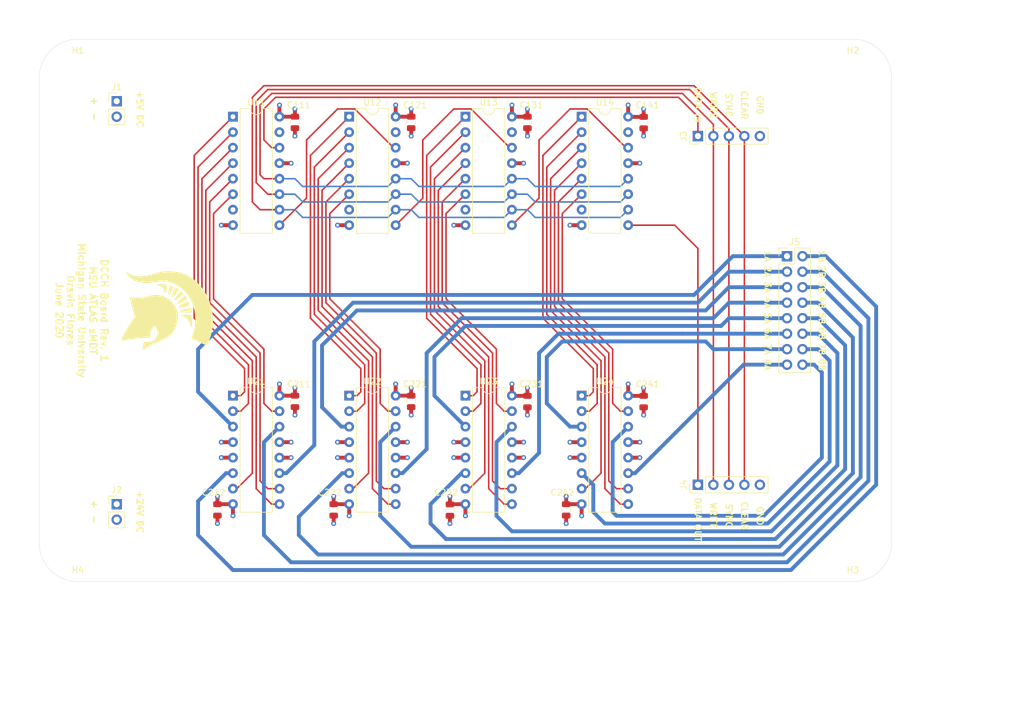
<source format=kicad_pcb>
(kicad_pcb (version 20171130) (host pcbnew "(5.1.6)-1")
  (title_block (title DCCH) (date 2020-06-25) (rev 1) (company "Michigan State University") (comment 1 "MSU ATLAS sMDT") (comment 2 "BPS 1200") (comment 3 "Dravin Flores"))
  (layers (0 SIG-1 signal) (1 PWR power) (2 GND power hide) (31 SIG-2 signal) (35 F.Paste user) (37 F.SilkS user) (39 F.Mask user) (44 Edge.Cuts user))
  (net 0 "")
  (net 1 GND)
  (net 2 +5V)
  (net 3 +24V)
  (net 4 DATA-IN)
  (net 5 WRITE)
  (net 6 SYNC)
  (net 7 CLEAR)
  (net 8 SER-13)
  (net 9 CON-11G)
  (net 10 CON-11F)
  (net 11 CON-11E)
  (net 12 CON-11D)
  (net 13 CON-11C)
  (net 14 SER-11)
  (net 15 CON-11B)
  (net 16 CON-12G)
  (net 17 CON-12F)
  (net 18 CON-12E)
  (net 19 CON-12D)
  (net 20 CON-12C)
  (net 21 SER-12)
  (net 22 CON-12B)
  (net 23 CON-13G)
  (net 24 CON-13F)
  (net 25 CON-13E)
  (net 26 CON-13D)
  (net 27 CON-13C)
  (net 28 CON-13B)
  (net 29 OUT-1A)
  (net 30 OUT-1B)
  (net 31 OUT-2A)
  (net 32 OUT-2B)
  (net 33 OUT-3A)
  (net 34 OUT-3B)
  (net 35 OUT-4A)
  (net 36 OUT-4B)
  (net 37 OUT-5A)
  (net 38 OUT-5B)
  (net 39 OUT-6A)
  (net 40 OUT-6B)
  (net 41 OUT-7A)
  (net 42 OUT-7B)
  (net 43 OUT-8A)
  (net 44 OUT-8B)
  (net 45 SER-14)
  (net 46 CON-14G)
  (net 47 CON-14F)
  (net 48 CON-14E)
  (net 49 CON-14D)
  (net 50 CON-14C)
  (net 51 CON-14B)
  (module Connector_PinHeader_2.54mm:PinHeader_1x05_P2.54mm_Vertical (layer SIG-1) (at 177.8 53.975 90)
    (fp_text reference J3 (at 0 -2.33 90) (layer F.SilkS))
    (fp_text value Conn_01x05)
    (pad 5 thru_hole oval (at 0 10.16 90) (size 1.7 1.7) (drill 1) (layers *.Cu *.Mask) (net 1 GND))
    (pad 4 thru_hole oval (at 0 7.62 90) (size 1.7 1.7) (drill 1) (layers *.Cu *.Mask) (net 7 CLEAR))
    (pad 3 thru_hole oval (at 0 5.08 90) (size 1.7 1.7) (drill 1) (layers *.Cu *.Mask) (net 6 SYNC))
    (pad 2 thru_hole oval (at 0 2.54 90) (size 1.7 1.7) (drill 1) (layers *.Cu *.Mask) (net 5 WRITE))
    (pad 1 thru_hole rect (at 0 0 90) (size 1.7 1.7) (drill 1) (layers *.Cu *.Mask) (net 4 DATA-IN))
  )
  (module MSU-LOGO:logo-kicad (layer SIG-1) (at 90.805 82.55 270)
    (fp_text reference G*** hide)
    (fp_text value LOGO hide)
  )
  (module Package_DIP:DIP-16_W7.62mm (layer SIG-1) (at 158.75 96.52)
    (fp_text reference U24 (at 3.81 -2.33) (layer F.SilkS))
    (fp_text value SN754410)
    (pad 16 thru_hole oval (at 7.62 0) (size 1.6 1.6) (drill 0.8) (layers *.Cu *.Mask) (net 2 +5V))
    (pad 8 thru_hole oval (at 0 17.78) (size 1.6 1.6) (drill 0.8) (layers *.Cu *.Mask) (net 3 +24V))
    (pad 15 thru_hole oval (at 7.62 2.54) (size 1.6 1.6) (drill 0.8) (layers *.Cu *.Mask) (net 46 CON-14G))
    (pad 7 thru_hole oval (at 0 15.24) (size 1.6 1.6) (drill 0.8) (layers *.Cu *.Mask) (net 49 CON-14D))
    (pad 14 thru_hole oval (at 7.62 5.08) (size 1.6 1.6) (drill 0.8) (layers *.Cu *.Mask) (net 44 OUT-8B))
    (pad 6 thru_hole oval (at 0 12.7) (size 1.6 1.6) (drill 0.8) (layers *.Cu *.Mask) (net 42 OUT-7B))
    (pad 13 thru_hole oval (at 7.62 7.62) (size 1.6 1.6) (drill 0.8) (layers *.Cu *.Mask) (net 1 GND))
    (pad 5 thru_hole oval (at 0 10.16) (size 1.6 1.6) (drill 0.8) (layers *.Cu *.Mask) (net 1 GND))
    (pad 12 thru_hole oval (at 7.62 10.16) (size 1.6 1.6) (drill 0.8) (layers *.Cu *.Mask) (net 1 GND))
    (pad 4 thru_hole oval (at 0 7.62) (size 1.6 1.6) (drill 0.8) (layers *.Cu *.Mask) (net 1 GND))
    (pad 11 thru_hole oval (at 7.62 12.7) (size 1.6 1.6) (drill 0.8) (layers *.Cu *.Mask) (net 43 OUT-8A))
    (pad 3 thru_hole oval (at 0 5.08) (size 1.6 1.6) (drill 0.8) (layers *.Cu *.Mask) (net 41 OUT-7A))
    (pad 10 thru_hole oval (at 7.62 15.24) (size 1.6 1.6) (drill 0.8) (layers *.Cu *.Mask) (net 47 CON-14F))
    (pad 2 thru_hole oval (at 0 2.54) (size 1.6 1.6) (drill 0.8) (layers *.Cu *.Mask) (net 50 CON-14C))
    (pad 9 thru_hole oval (at 7.62 17.78) (size 1.6 1.6) (drill 0.8) (layers *.Cu *.Mask) (net 48 CON-14E))
    (pad 1 thru_hole rect (at 0 0) (size 1.6 1.6) (drill 0.8) (layers *.Cu *.Mask) (net 51 CON-14B))
  )
  (module Package_DIP:DIP-16_W7.62mm (layer SIG-1) (at 139.7 96.52)
    (fp_text reference U23 (at 3.81 -2.33) (layer F.SilkS))
    (fp_text value SN754410)
    (pad 16 thru_hole oval (at 7.62 0) (size 1.6 1.6) (drill 0.8) (layers *.Cu *.Mask) (net 2 +5V))
    (pad 8 thru_hole oval (at 0 17.78) (size 1.6 1.6) (drill 0.8) (layers *.Cu *.Mask) (net 3 +24V))
    (pad 15 thru_hole oval (at 7.62 2.54) (size 1.6 1.6) (drill 0.8) (layers *.Cu *.Mask) (net 23 CON-13G))
    (pad 7 thru_hole oval (at 0 15.24) (size 1.6 1.6) (drill 0.8) (layers *.Cu *.Mask) (net 26 CON-13D))
    (pad 14 thru_hole oval (at 7.62 5.08) (size 1.6 1.6) (drill 0.8) (layers *.Cu *.Mask) (net 40 OUT-6B))
    (pad 6 thru_hole oval (at 0 12.7) (size 1.6 1.6) (drill 0.8) (layers *.Cu *.Mask) (net 38 OUT-5B))
    (pad 13 thru_hole oval (at 7.62 7.62) (size 1.6 1.6) (drill 0.8) (layers *.Cu *.Mask) (net 1 GND))
    (pad 5 thru_hole oval (at 0 10.16) (size 1.6 1.6) (drill 0.8) (layers *.Cu *.Mask) (net 1 GND))
    (pad 12 thru_hole oval (at 7.62 10.16) (size 1.6 1.6) (drill 0.8) (layers *.Cu *.Mask) (net 1 GND))
    (pad 4 thru_hole oval (at 0 7.62) (size 1.6 1.6) (drill 0.8) (layers *.Cu *.Mask) (net 1 GND))
    (pad 11 thru_hole oval (at 7.62 12.7) (size 1.6 1.6) (drill 0.8) (layers *.Cu *.Mask) (net 39 OUT-6A))
    (pad 3 thru_hole oval (at 0 5.08) (size 1.6 1.6) (drill 0.8) (layers *.Cu *.Mask) (net 37 OUT-5A))
    (pad 10 thru_hole oval (at 7.62 15.24) (size 1.6 1.6) (drill 0.8) (layers *.Cu *.Mask) (net 24 CON-13F))
    (pad 2 thru_hole oval (at 0 2.54) (size 1.6 1.6) (drill 0.8) (layers *.Cu *.Mask) (net 27 CON-13C))
    (pad 9 thru_hole oval (at 7.62 17.78) (size 1.6 1.6) (drill 0.8) (layers *.Cu *.Mask) (net 25 CON-13E))
    (pad 1 thru_hole rect (at 0 0) (size 1.6 1.6) (drill 0.8) (layers *.Cu *.Mask) (net 28 CON-13B))
  )
  (module Package_DIP:DIP-16_W7.62mm (layer SIG-1) (at 120.65 96.52)
    (fp_text reference U22 (at 3.81 -2.33) (layer F.SilkS))
    (fp_text value SN754410)
    (pad 16 thru_hole oval (at 7.62 0) (size 1.6 1.6) (drill 0.8) (layers *.Cu *.Mask) (net 2 +5V))
    (pad 8 thru_hole oval (at 0 17.78) (size 1.6 1.6) (drill 0.8) (layers *.Cu *.Mask) (net 3 +24V))
    (pad 15 thru_hole oval (at 7.62 2.54) (size 1.6 1.6) (drill 0.8) (layers *.Cu *.Mask) (net 16 CON-12G))
    (pad 7 thru_hole oval (at 0 15.24) (size 1.6 1.6) (drill 0.8) (layers *.Cu *.Mask) (net 19 CON-12D))
    (pad 14 thru_hole oval (at 7.62 5.08) (size 1.6 1.6) (drill 0.8) (layers *.Cu *.Mask) (net 36 OUT-4B))
    (pad 6 thru_hole oval (at 0 12.7) (size 1.6 1.6) (drill 0.8) (layers *.Cu *.Mask) (net 34 OUT-3B))
    (pad 13 thru_hole oval (at 7.62 7.62) (size 1.6 1.6) (drill 0.8) (layers *.Cu *.Mask) (net 1 GND))
    (pad 5 thru_hole oval (at 0 10.16) (size 1.6 1.6) (drill 0.8) (layers *.Cu *.Mask) (net 1 GND))
    (pad 12 thru_hole oval (at 7.62 10.16) (size 1.6 1.6) (drill 0.8) (layers *.Cu *.Mask) (net 1 GND))
    (pad 4 thru_hole oval (at 0 7.62) (size 1.6 1.6) (drill 0.8) (layers *.Cu *.Mask) (net 1 GND))
    (pad 11 thru_hole oval (at 7.62 12.7) (size 1.6 1.6) (drill 0.8) (layers *.Cu *.Mask) (net 35 OUT-4A))
    (pad 3 thru_hole oval (at 0 5.08) (size 1.6 1.6) (drill 0.8) (layers *.Cu *.Mask) (net 33 OUT-3A))
    (pad 10 thru_hole oval (at 7.62 15.24) (size 1.6 1.6) (drill 0.8) (layers *.Cu *.Mask) (net 17 CON-12F))
    (pad 2 thru_hole oval (at 0 2.54) (size 1.6 1.6) (drill 0.8) (layers *.Cu *.Mask) (net 20 CON-12C))
    (pad 9 thru_hole oval (at 7.62 17.78) (size 1.6 1.6) (drill 0.8) (layers *.Cu *.Mask) (net 18 CON-12E))
    (pad 1 thru_hole rect (at 0 0) (size 1.6 1.6) (drill 0.8) (layers *.Cu *.Mask) (net 22 CON-12B))
  )
  (module Package_DIP:DIP-16_W7.62mm (layer SIG-1) (at 101.6 96.52)
    (fp_text reference U21 (at 3.81 -2.33) (layer F.SilkS))
    (fp_text value SN754410)
    (pad 16 thru_hole oval (at 7.62 0) (size 1.6 1.6) (drill 0.8) (layers *.Cu *.Mask) (net 2 +5V))
    (pad 8 thru_hole oval (at 0 17.78) (size 1.6 1.6) (drill 0.8) (layers *.Cu *.Mask) (net 3 +24V))
    (pad 15 thru_hole oval (at 7.62 2.54) (size 1.6 1.6) (drill 0.8) (layers *.Cu *.Mask) (net 9 CON-11G))
    (pad 7 thru_hole oval (at 0 15.24) (size 1.6 1.6) (drill 0.8) (layers *.Cu *.Mask) (net 12 CON-11D))
    (pad 14 thru_hole oval (at 7.62 5.08) (size 1.6 1.6) (drill 0.8) (layers *.Cu *.Mask) (net 32 OUT-2B))
    (pad 6 thru_hole oval (at 0 12.7) (size 1.6 1.6) (drill 0.8) (layers *.Cu *.Mask) (net 30 OUT-1B))
    (pad 13 thru_hole oval (at 7.62 7.62) (size 1.6 1.6) (drill 0.8) (layers *.Cu *.Mask) (net 1 GND))
    (pad 5 thru_hole oval (at 0 10.16) (size 1.6 1.6) (drill 0.8) (layers *.Cu *.Mask) (net 1 GND))
    (pad 12 thru_hole oval (at 7.62 10.16) (size 1.6 1.6) (drill 0.8) (layers *.Cu *.Mask) (net 1 GND))
    (pad 4 thru_hole oval (at 0 7.62) (size 1.6 1.6) (drill 0.8) (layers *.Cu *.Mask) (net 1 GND))
    (pad 11 thru_hole oval (at 7.62 12.7) (size 1.6 1.6) (drill 0.8) (layers *.Cu *.Mask) (net 31 OUT-2A))
    (pad 3 thru_hole oval (at 0 5.08) (size 1.6 1.6) (drill 0.8) (layers *.Cu *.Mask) (net 29 OUT-1A))
    (pad 10 thru_hole oval (at 7.62 15.24) (size 1.6 1.6) (drill 0.8) (layers *.Cu *.Mask) (net 10 CON-11F))
    (pad 2 thru_hole oval (at 0 2.54) (size 1.6 1.6) (drill 0.8) (layers *.Cu *.Mask) (net 13 CON-11C))
    (pad 9 thru_hole oval (at 7.62 17.78) (size 1.6 1.6) (drill 0.8) (layers *.Cu *.Mask) (net 11 CON-11E))
    (pad 1 thru_hole rect (at 0 0) (size 1.6 1.6) (drill 0.8) (layers *.Cu *.Mask) (net 15 CON-11B))
  )
  (module Package_DIP:DIP-16_W7.62mm (layer SIG-1) (at 158.75 50.8)
    (fp_text reference U14 (at 3.81 -2.33) (layer F.SilkS))
    (fp_text value SN74HC595)
    (pad 16 thru_hole oval (at 7.62 0) (size 1.6 1.6) (drill 0.8) (layers *.Cu *.Mask) (net 2 +5V))
    (pad 8 thru_hole oval (at 0 17.78) (size 1.6 1.6) (drill 0.8) (layers *.Cu *.Mask) (net 1 GND))
    (pad 15 thru_hole oval (at 7.62 2.54) (size 1.6 1.6) (drill 0.8) (layers *.Cu *.Mask))
    (pad 7 thru_hole oval (at 0 15.24) (size 1.6 1.6) (drill 0.8) (layers *.Cu *.Mask))
    (pad 14 thru_hole oval (at 7.62 5.08) (size 1.6 1.6) (drill 0.8) (layers *.Cu *.Mask) (net 8 SER-13))
    (pad 6 thru_hole oval (at 0 12.7) (size 1.6 1.6) (drill 0.8) (layers *.Cu *.Mask) (net 46 CON-14G))
    (pad 13 thru_hole oval (at 7.62 7.62) (size 1.6 1.6) (drill 0.8) (layers *.Cu *.Mask) (net 1 GND))
    (pad 5 thru_hole oval (at 0 10.16) (size 1.6 1.6) (drill 0.8) (layers *.Cu *.Mask) (net 47 CON-14F))
    (pad 12 thru_hole oval (at 7.62 10.16) (size 1.6 1.6) (drill 0.8) (layers *.Cu *.Mask) (net 5 WRITE))
    (pad 4 thru_hole oval (at 0 7.62) (size 1.6 1.6) (drill 0.8) (layers *.Cu *.Mask) (net 48 CON-14E))
    (pad 11 thru_hole oval (at 7.62 12.7) (size 1.6 1.6) (drill 0.8) (layers *.Cu *.Mask) (net 6 SYNC))
    (pad 3 thru_hole oval (at 0 5.08) (size 1.6 1.6) (drill 0.8) (layers *.Cu *.Mask) (net 49 CON-14D))
    (pad 10 thru_hole oval (at 7.62 15.24) (size 1.6 1.6) (drill 0.8) (layers *.Cu *.Mask) (net 7 CLEAR))
    (pad 2 thru_hole oval (at 0 2.54) (size 1.6 1.6) (drill 0.8) (layers *.Cu *.Mask) (net 50 CON-14C))
    (pad 9 thru_hole oval (at 7.62 17.78) (size 1.6 1.6) (drill 0.8) (layers *.Cu *.Mask) (net 45 SER-14))
    (pad 1 thru_hole rect (at 0 0) (size 1.6 1.6) (drill 0.8) (layers *.Cu *.Mask) (net 51 CON-14B))
  )
  (module Package_DIP:DIP-16_W7.62mm (layer SIG-1) (at 139.7 50.8)
    (fp_text reference U13 (at 3.81 -2.33) (layer F.SilkS))
    (fp_text value SN74HC595)
    (pad 16 thru_hole oval (at 7.62 0) (size 1.6 1.6) (drill 0.8) (layers *.Cu *.Mask) (net 2 +5V))
    (pad 8 thru_hole oval (at 0 17.78) (size 1.6 1.6) (drill 0.8) (layers *.Cu *.Mask) (net 1 GND))
    (pad 15 thru_hole oval (at 7.62 2.54) (size 1.6 1.6) (drill 0.8) (layers *.Cu *.Mask))
    (pad 7 thru_hole oval (at 0 15.24) (size 1.6 1.6) (drill 0.8) (layers *.Cu *.Mask))
    (pad 14 thru_hole oval (at 7.62 5.08) (size 1.6 1.6) (drill 0.8) (layers *.Cu *.Mask) (net 21 SER-12))
    (pad 6 thru_hole oval (at 0 12.7) (size 1.6 1.6) (drill 0.8) (layers *.Cu *.Mask) (net 23 CON-13G))
    (pad 13 thru_hole oval (at 7.62 7.62) (size 1.6 1.6) (drill 0.8) (layers *.Cu *.Mask) (net 1 GND))
    (pad 5 thru_hole oval (at 0 10.16) (size 1.6 1.6) (drill 0.8) (layers *.Cu *.Mask) (net 24 CON-13F))
    (pad 12 thru_hole oval (at 7.62 10.16) (size 1.6 1.6) (drill 0.8) (layers *.Cu *.Mask) (net 5 WRITE))
    (pad 4 thru_hole oval (at 0 7.62) (size 1.6 1.6) (drill 0.8) (layers *.Cu *.Mask) (net 25 CON-13E))
    (pad 11 thru_hole oval (at 7.62 12.7) (size 1.6 1.6) (drill 0.8) (layers *.Cu *.Mask) (net 6 SYNC))
    (pad 3 thru_hole oval (at 0 5.08) (size 1.6 1.6) (drill 0.8) (layers *.Cu *.Mask) (net 26 CON-13D))
    (pad 10 thru_hole oval (at 7.62 15.24) (size 1.6 1.6) (drill 0.8) (layers *.Cu *.Mask) (net 7 CLEAR))
    (pad 2 thru_hole oval (at 0 2.54) (size 1.6 1.6) (drill 0.8) (layers *.Cu *.Mask) (net 27 CON-13C))
    (pad 9 thru_hole oval (at 7.62 17.78) (size 1.6 1.6) (drill 0.8) (layers *.Cu *.Mask) (net 8 SER-13))
    (pad 1 thru_hole rect (at 0 0) (size 1.6 1.6) (drill 0.8) (layers *.Cu *.Mask) (net 28 CON-13B))
  )
  (module Package_DIP:DIP-16_W7.62mm (layer SIG-1) (at 120.65 50.8)
    (fp_text reference U12 (at 3.81 -2.33) (layer F.SilkS))
    (fp_text value SN74HC595)
    (pad 16 thru_hole oval (at 7.62 0) (size 1.6 1.6) (drill 0.8) (layers *.Cu *.Mask) (net 2 +5V))
    (pad 8 thru_hole oval (at 0 17.78) (size 1.6 1.6) (drill 0.8) (layers *.Cu *.Mask) (net 1 GND))
    (pad 15 thru_hole oval (at 7.62 2.54) (size 1.6 1.6) (drill 0.8) (layers *.Cu *.Mask))
    (pad 7 thru_hole oval (at 0 15.24) (size 1.6 1.6) (drill 0.8) (layers *.Cu *.Mask))
    (pad 14 thru_hole oval (at 7.62 5.08) (size 1.6 1.6) (drill 0.8) (layers *.Cu *.Mask) (net 14 SER-11))
    (pad 6 thru_hole oval (at 0 12.7) (size 1.6 1.6) (drill 0.8) (layers *.Cu *.Mask) (net 16 CON-12G))
    (pad 13 thru_hole oval (at 7.62 7.62) (size 1.6 1.6) (drill 0.8) (layers *.Cu *.Mask) (net 1 GND))
    (pad 5 thru_hole oval (at 0 10.16) (size 1.6 1.6) (drill 0.8) (layers *.Cu *.Mask) (net 17 CON-12F))
    (pad 12 thru_hole oval (at 7.62 10.16) (size 1.6 1.6) (drill 0.8) (layers *.Cu *.Mask) (net 5 WRITE))
    (pad 4 thru_hole oval (at 0 7.62) (size 1.6 1.6) (drill 0.8) (layers *.Cu *.Mask) (net 18 CON-12E))
    (pad 11 thru_hole oval (at 7.62 12.7) (size 1.6 1.6) (drill 0.8) (layers *.Cu *.Mask) (net 6 SYNC))
    (pad 3 thru_hole oval (at 0 5.08) (size 1.6 1.6) (drill 0.8) (layers *.Cu *.Mask) (net 19 CON-12D))
    (pad 10 thru_hole oval (at 7.62 15.24) (size 1.6 1.6) (drill 0.8) (layers *.Cu *.Mask) (net 7 CLEAR))
    (pad 2 thru_hole oval (at 0 2.54) (size 1.6 1.6) (drill 0.8) (layers *.Cu *.Mask) (net 20 CON-12C))
    (pad 9 thru_hole oval (at 7.62 17.78) (size 1.6 1.6) (drill 0.8) (layers *.Cu *.Mask) (net 21 SER-12))
    (pad 1 thru_hole rect (at 0 0) (size 1.6 1.6) (drill 0.8) (layers *.Cu *.Mask) (net 22 CON-12B))
  )
  (module Package_DIP:DIP-16_W7.62mm (layer SIG-1) (at 101.6 50.8)
    (fp_text reference U11 (at 3.81 -2.33) (layer F.SilkS))
    (fp_text value SN74HC595)
    (pad 16 thru_hole oval (at 7.62 0) (size 1.6 1.6) (drill 0.8) (layers *.Cu *.Mask) (net 2 +5V))
    (pad 8 thru_hole oval (at 0 17.78) (size 1.6 1.6) (drill 0.8) (layers *.Cu *.Mask) (net 1 GND))
    (pad 15 thru_hole oval (at 7.62 2.54) (size 1.6 1.6) (drill 0.8) (layers *.Cu *.Mask))
    (pad 7 thru_hole oval (at 0 15.24) (size 1.6 1.6) (drill 0.8) (layers *.Cu *.Mask))
    (pad 14 thru_hole oval (at 7.62 5.08) (size 1.6 1.6) (drill 0.8) (layers *.Cu *.Mask) (net 4 DATA-IN))
    (pad 6 thru_hole oval (at 0 12.7) (size 1.6 1.6) (drill 0.8) (layers *.Cu *.Mask) (net 9 CON-11G))
    (pad 13 thru_hole oval (at 7.62 7.62) (size 1.6 1.6) (drill 0.8) (layers *.Cu *.Mask) (net 1 GND))
    (pad 5 thru_hole oval (at 0 10.16) (size 1.6 1.6) (drill 0.8) (layers *.Cu *.Mask) (net 10 CON-11F))
    (pad 12 thru_hole oval (at 7.62 10.16) (size 1.6 1.6) (drill 0.8) (layers *.Cu *.Mask) (net 5 WRITE))
    (pad 4 thru_hole oval (at 0 7.62) (size 1.6 1.6) (drill 0.8) (layers *.Cu *.Mask) (net 11 CON-11E))
    (pad 11 thru_hole oval (at 7.62 12.7) (size 1.6 1.6) (drill 0.8) (layers *.Cu *.Mask) (net 6 SYNC))
    (pad 3 thru_hole oval (at 0 5.08) (size 1.6 1.6) (drill 0.8) (layers *.Cu *.Mask) (net 12 CON-11D))
    (pad 10 thru_hole oval (at 7.62 15.24) (size 1.6 1.6) (drill 0.8) (layers *.Cu *.Mask) (net 7 CLEAR))
    (pad 2 thru_hole oval (at 0 2.54) (size 1.6 1.6) (drill 0.8) (layers *.Cu *.Mask) (net 13 CON-11C))
    (pad 9 thru_hole oval (at 7.62 17.78) (size 1.6 1.6) (drill 0.8) (layers *.Cu *.Mask) (net 14 SER-11))
    (pad 1 thru_hole rect (at 0 0) (size 1.6 1.6) (drill 0.8) (layers *.Cu *.Mask) (net 15 CON-11B))
  )
  (module Connector_PinHeader_2.54mm:PinHeader_2x08_P2.54mm_Vertical (layer SIG-1) (at 192.405 73.66)
    (fp_text reference J5 (at 1.27 -2.33) (layer F.SilkS))
    (fp_text value Conn_02x08_Odd_Even)
    (pad 16 thru_hole oval (at 2.54 17.78) (size 1.7 1.7) (drill 1) (layers *.Cu *.Mask) (net 44 OUT-8B))
    (pad 15 thru_hole oval (at 0 17.78) (size 1.7 1.7) (drill 1) (layers *.Cu *.Mask) (net 43 OUT-8A))
    (pad 14 thru_hole oval (at 2.54 15.24) (size 1.7 1.7) (drill 1) (layers *.Cu *.Mask) (net 42 OUT-7B))
    (pad 13 thru_hole oval (at 0 15.24) (size 1.7 1.7) (drill 1) (layers *.Cu *.Mask) (net 41 OUT-7A))
    (pad 12 thru_hole oval (at 2.54 12.7) (size 1.7 1.7) (drill 1) (layers *.Cu *.Mask) (net 40 OUT-6B))
    (pad 11 thru_hole oval (at 0 12.7) (size 1.7 1.7) (drill 1) (layers *.Cu *.Mask) (net 39 OUT-6A))
    (pad 10 thru_hole oval (at 2.54 10.16) (size 1.7 1.7) (drill 1) (layers *.Cu *.Mask) (net 38 OUT-5B))
    (pad 9 thru_hole oval (at 0 10.16) (size 1.7 1.7) (drill 1) (layers *.Cu *.Mask) (net 37 OUT-5A))
    (pad 8 thru_hole oval (at 2.54 7.62) (size 1.7 1.7) (drill 1) (layers *.Cu *.Mask) (net 36 OUT-4B))
    (pad 7 thru_hole oval (at 0 7.62) (size 1.7 1.7) (drill 1) (layers *.Cu *.Mask) (net 35 OUT-4A))
    (pad 6 thru_hole oval (at 2.54 5.08) (size 1.7 1.7) (drill 1) (layers *.Cu *.Mask) (net 34 OUT-3B))
    (pad 5 thru_hole oval (at 0 5.08) (size 1.7 1.7) (drill 1) (layers *.Cu *.Mask) (net 33 OUT-3A))
    (pad 4 thru_hole oval (at 2.54 2.54) (size 1.7 1.7) (drill 1) (layers *.Cu *.Mask) (net 32 OUT-2B))
    (pad 3 thru_hole oval (at 0 2.54) (size 1.7 1.7) (drill 1) (layers *.Cu *.Mask) (net 31 OUT-2A))
    (pad 2 thru_hole oval (at 2.54 0) (size 1.7 1.7) (drill 1) (layers *.Cu *.Mask) (net 30 OUT-1B))
    (pad 1 thru_hole rect (at 0 0) (size 1.7 1.7) (drill 1) (layers *.Cu *.Mask) (net 29 OUT-1A))
  )
  (module Connector_PinHeader_2.54mm:PinHeader_1x05_P2.54mm_Vertical (layer SIG-1) (at 177.8 111.125 90)
    (fp_text reference J4 (at 0 -2.33 90) (layer F.SilkS))
    (fp_text value Conn_01x05)
    (pad 1 thru_hole rect (at 0 0 90) (size 1.7 1.7) (drill 1) (layers *.Cu *.Mask) (net 45 SER-14))
    (pad 2 thru_hole oval (at 0 2.54 90) (size 1.7 1.7) (drill 1) (layers *.Cu *.Mask) (net 5 WRITE))
    (pad 3 thru_hole oval (at 0 5.08 90) (size 1.7 1.7) (drill 1) (layers *.Cu *.Mask) (net 6 SYNC))
    (pad 4 thru_hole oval (at 0 7.62 90) (size 1.7 1.7) (drill 1) (layers *.Cu *.Mask) (net 7 CLEAR))
    (pad 5 thru_hole oval (at 0 10.16 90) (size 1.7 1.7) (drill 1) (layers *.Cu *.Mask) (net 1 GND))
  )
  (module Connector_PinHeader_2.54mm:PinHeader_1x02_P2.54mm_Vertical (layer SIG-1) (at 82.55 114.3)
    (fp_text reference J2 (at 0 -2.33) (layer F.SilkS))
    (fp_text value Conn_01x02)
    (pad 2 thru_hole oval (at 0 2.54) (size 1.7 1.7) (drill 1) (layers *.Cu *.Mask) (net 1 GND))
    (pad 1 thru_hole rect (at 0 0) (size 1.7 1.7) (drill 1) (layers *.Cu *.Mask) (net 3 +24V))
  )
  (module Connector_PinHeader_2.54mm:PinHeader_1x02_P2.54mm_Vertical (layer SIG-1) (at 82.55 48.26)
    (fp_text reference J1 (at 0 -2.33) (layer F.SilkS))
    (fp_text value Conn_01x02)
    (pad 2 thru_hole oval (at 0 2.54) (size 1.7 1.7) (drill 1) (layers *.Cu *.Mask) (net 1 GND))
    (pad 1 thru_hole rect (at 0 0) (size 1.7 1.7) (drill 1) (layers *.Cu *.Mask) (net 2 +5V))
  )
  (module MountingHole:MountingHole_3.5mm (layer SIG-1) (at 76.2 120.65)
    (fp_text reference H4 (at 0 4.445) (layer F.SilkS))
    (fp_text value MountingHole)
    (pad 1 np_thru_hole circle (at 0 0) (size 3.5 3.5) (drill 3.5) (layers *.Cu *.Mask))
  )
  (module MountingHole:MountingHole_3.5mm (layer SIG-1) (at 203.2 120.65)
    (fp_text reference H3 (at 0 4.445) (layer F.SilkS))
    (fp_text value MountingHole)
    (pad 1 np_thru_hole circle (at 0 0) (size 3.5 3.5) (drill 3.5) (layers *.Cu *.Mask))
  )
  (module MountingHole:MountingHole_3.5mm (layer SIG-1) (at 203.2 44.45)
    (fp_text reference H2 (at 0 -4.5) (layer F.SilkS))
    (fp_text value MountingHole)
    (pad 1 np_thru_hole circle (at 0 0) (size 3.5 3.5) (drill 3.5) (layers *.Cu *.Mask))
  )
  (module MountingHole:MountingHole_3.5mm (layer SIG-1) (at 76.2 44.45)
    (fp_text reference H1 (at 0 -4.5) (layer F.SilkS))
    (fp_text value MountingHole)
    (pad 1 np_thru_hole circle (at 0 0) (size 3.5 3.5) (drill 3.5) (layers *.Cu *.Mask))
  )
  (module Capacitor_SMD:C_0805_2012Metric (layer SIG-1) (at 156.21 115.2375 270)
    (fp_text reference C242 (at -2.8425 0.635 180) (layer F.SilkS))
    (fp_text value "1 uF")
    (pad 2 smd roundrect (at 0.9375 0 270) (size 0.975 1.4) (layers SIG-1 F.Paste F.Mask) (net 1 GND))
    (pad 1 smd roundrect (at -0.9375 0 270) (size 0.975 1.4) (layers SIG-1 F.Paste F.Mask) (net 3 +24V))
  )
  (module Capacitor_SMD:C_0805_2012Metric (layer SIG-1) (at 168.91 97.4875 270)
    (fp_text reference C241 (at -2.8725 -0.635 180) (layer F.SilkS))
    (fp_text value "0.1 uF")
    (pad 2 smd roundrect (at 0.9375 0 270) (size 0.975 1.4) (layers SIG-1 F.Paste F.Mask) (net 1 GND))
    (pad 1 smd roundrect (at -0.9375 0 270) (size 0.975 1.4) (layers SIG-1 F.Paste F.Mask) (net 2 +5V))
  )
  (module Capacitor_SMD:C_0805_2012Metric (layer SIG-1) (at 137.16 115.2675 270)
    (fp_text reference C232 (at -2.8725 0.635 180) (layer F.SilkS))
    (fp_text value "1 uF")
    (pad 2 smd roundrect (at 0.9375 0 270) (size 0.975 1.4) (layers SIG-1 F.Paste F.Mask) (net 1 GND))
    (pad 1 smd roundrect (at -0.9375 0 270) (size 0.975 1.4) (layers SIG-1 F.Paste F.Mask) (net 3 +24V))
  )
  (module Capacitor_SMD:C_0805_2012Metric (layer SIG-1) (at 149.86 97.4875 270)
    (fp_text reference C231 (at -2.8725 -0.635 180) (layer F.SilkS))
    (fp_text value "0.1 uF")
    (pad 2 smd roundrect (at 0.9375 0 270) (size 0.975 1.4) (layers SIG-1 F.Paste F.Mask) (net 1 GND))
    (pad 1 smd roundrect (at -0.9375 0 270) (size 0.975 1.4) (layers SIG-1 F.Paste F.Mask) (net 2 +5V))
  )
  (module Capacitor_SMD:C_0805_2012Metric (layer SIG-1) (at 118.11 115.2375 270)
    (fp_text reference C222 (at -2.8425 0.635 180) (layer F.SilkS))
    (fp_text value "1 uF")
    (pad 2 smd roundrect (at 0.9375 0 270) (size 0.975 1.4) (layers SIG-1 F.Paste F.Mask) (net 1 GND))
    (pad 1 smd roundrect (at -0.9375 0 270) (size 0.975 1.4) (layers SIG-1 F.Paste F.Mask) (net 3 +24V))
  )
  (module Capacitor_SMD:C_0805_2012Metric (layer SIG-1) (at 130.81 97.4575 270)
    (fp_text reference C221 (at -2.8425 -0.635 180) (layer F.SilkS))
    (fp_text value "0.1 uF")
    (pad 2 smd roundrect (at 0.9375 0 270) (size 0.975 1.4) (layers SIG-1 F.Paste F.Mask) (net 1 GND))
    (pad 1 smd roundrect (at -0.9375 0 270) (size 0.975 1.4) (layers SIG-1 F.Paste F.Mask) (net 2 +5V))
  )
  (module Capacitor_SMD:C_0805_2012Metric (layer SIG-1) (at 99.06 115.2375 270)
    (fp_text reference C212 (at -2.8425 0.635 180) (layer F.SilkS))
    (fp_text value "1 uF")
    (pad 2 smd roundrect (at 0.9375 0 270) (size 0.975 1.4) (layers SIG-1 F.Paste F.Mask) (net 1 GND))
    (pad 1 smd roundrect (at -0.9375 0 270) (size 0.975 1.4) (layers SIG-1 F.Paste F.Mask) (net 3 +24V))
  )
  (module Capacitor_SMD:C_0805_2012Metric (layer SIG-1) (at 111.76 97.4575 270)
    (fp_text reference C211 (at -2.8425 -0.635 180) (layer F.SilkS))
    (fp_text value "0.1 uF")
    (pad 2 smd roundrect (at 0.9375 0 270) (size 0.975 1.4) (layers SIG-1 F.Paste F.Mask) (net 1 GND))
    (pad 1 smd roundrect (at -0.9375 0 270) (size 0.975 1.4) (layers SIG-1 F.Paste F.Mask) (net 2 +5V))
  )
  (module Capacitor_SMD:C_0805_2012Metric (layer SIG-1) (at 168.91 51.7675 270)
    (fp_text reference C141 (at -2.8725 -0.635 180) (layer F.SilkS))
    (fp_text value "0.1 uF")
    (pad 2 smd roundrect (at 0.9375 0 270) (size 0.975 1.4) (layers SIG-1 F.Paste F.Mask) (net 1 GND))
    (pad 1 smd roundrect (at -0.9375 0 270) (size 0.975 1.4) (layers SIG-1 F.Paste F.Mask) (net 2 +5V))
  )
  (module Capacitor_SMD:C_0805_2012Metric (layer SIG-1) (at 149.86 51.7375 270)
    (fp_text reference C131 (at -2.8425 -0.635 180) (layer F.SilkS))
    (fp_text value "0.1 uF")
    (pad 2 smd roundrect (at 0.9375 0 270) (size 0.975 1.4) (layers SIG-1 F.Paste F.Mask) (net 1 GND))
    (pad 1 smd roundrect (at -0.9375 0 270) (size 0.975 1.4) (layers SIG-1 F.Paste F.Mask) (net 2 +5V))
  )
  (module Capacitor_SMD:C_0805_2012Metric (layer SIG-1) (at 130.81 51.7375 270)
    (fp_text reference C121 (at -2.8425 -0.635 180) (layer F.SilkS))
    (fp_text value "0.1 uF")
    (pad 2 smd roundrect (at 0.9375 0 270) (size 0.975 1.4) (layers SIG-1 F.Paste F.Mask) (net 1 GND))
    (pad 1 smd roundrect (at -0.9375 0 270) (size 0.975 1.4) (layers SIG-1 F.Paste F.Mask) (net 2 +5V))
  )
  (module Capacitor_SMD:C_0805_2012Metric (layer SIG-1) (at 111.76 51.7375 270)
    (fp_text reference C111 (at -2.8425 -0.635 180) (layer F.SilkS))
    (fp_text value "0.1 uF")
    (pad 2 smd roundrect (at 0.9375 0 270) (size 0.975 1.4) (layers SIG-1 F.Paste F.Mask) (net 1 GND))
    (pad 1 smd roundrect (at -0.9375 0 270) (size 0.975 1.4) (layers SIG-1 F.Paste F.Mask) (net 2 +5V))
  )
  (gr_text 6B (at 198.12 86.36 270) (layer F.SilkS) (effects (font (size 1.016 1.016) (thickness 0.2032))))
  (gr_text 7B (at 198.12 88.9 270) (layer F.SilkS) (effects (font (size 1.016 1.016) (thickness 0.2032))))
  (gr_text 8B (at 198.12 91.44 270) (layer F.SilkS) (effects (font (size 1.016 1.016) (thickness 0.2032))))
  (gr_text 2B (at 198.12 76.2 270) (layer F.SilkS) (effects (font (size 1.016 1.016) (thickness 0.2032))))
  (gr_text 1B (at 198.12 73.66 270) (layer F.SilkS) (effects (font (size 1.016 1.016) (thickness 0.2032))))
  (gr_text 5B (at 198.12 83.82 270) (layer F.SilkS) (effects (font (size 1.016 1.016) (thickness 0.2032))))
  (gr_text 3B (at 198.12 78.74 270) (layer F.SilkS) (effects (font (size 1.016 1.016) (thickness 0.2032))))
  (gr_text 4B (at 198.12 81.28 270) (layer F.SilkS) (effects (font (size 1.016 1.016) (thickness 0.2032))))
  (gr_text 8A (at 189.23 91.44 270) (layer F.SilkS) (effects (font (size 1.016 1.016) (thickness 0.2032))))
  (gr_text 7A (at 189.23 88.9 270) (layer F.SilkS) (effects (font (size 1.016 1.016) (thickness 0.2032))))
  (gr_text 6A (at 189.23 86.36 270) (layer F.SilkS) (effects (font (size 1.016 1.016) (thickness 0.2032))))
  (gr_text 5A (at 189.23 83.82 270) (layer F.SilkS) (effects (font (size 1.016 1.016) (thickness 0.2032))))
  (gr_text 4A (at 189.23 81.28 270) (layer F.SilkS) (effects (font (size 1.016 1.016) (thickness 0.2032))))
  (gr_text 3A (at 189.23 78.74 270) (layer F.SilkS) (effects (font (size 1.016 1.016) (thickness 0.2032))))
  (gr_text 2A (at 189.23 76.2 270) (layer F.SilkS) (effects (font (size 1.016 1.016) (thickness 0.2032))))
  (gr_text 1A (at 189.23 73.66 270) (layer F.SilkS) (effects (font (size 1.016 1.016) (thickness 0.2032))))
  (gr_text GND (at 187.96 116.205 270) (layer F.SilkS) (effects (font (size 1.016 1.016) (thickness 0.2032))))
  (gr_text "CLEAR\n" (at 185.42 116.205 270) (layer F.SilkS) (effects (font (size 1.016 1.016) (thickness 0.2032))))
  (gr_text "DATA OUT\n" (at 177.8 116.84 270) (layer F.SilkS) (effects (font (size 1.016 1.016) (thickness 0.2032))))
  (gr_text "SYNC\n" (at 182.88 116.205 270) (layer F.SilkS) (effects (font (size 1.016 1.016) (thickness 0.2032))))
  (gr_text WRITE (at 180.34 116.205 270) (layer F.SilkS) (effects (font (size 1.016 1.016) (thickness 0.2032))))
  (gr_text "DATA IN\n" (at 177.8 48.895 270) (layer F.SilkS) (effects (font (size 1.016 1.016) (thickness 0.2032))))
  (gr_text GND (at 187.96 48.895 270) (layer F.SilkS) (effects (font (size 1.016 1.016) (thickness 0.2032))))
  (gr_text "CLEAR\n" (at 185.42 48.895 270) (layer F.SilkS) (effects (font (size 1.016 1.016) (thickness 0.2032))))
  (gr_text "SYNC\n" (at 182.88 48.895 270) (layer F.SilkS) (effects (font (size 1.016 1.016) (thickness 0.2032))))
  (gr_text WRITE (at 180.34 48.895 270) (layer F.SilkS) (effects (font (size 1.016 1.016) (thickness 0.2032))))
  (gr_text + (at 78.74 114.3 90) (layer F.SilkS) (effects (font (size 1.016 1.016) (thickness 0.254))))
  (gr_text "+24V DC" (at 86.36 115.57 270) (layer F.SilkS) (effects (font (size 1.016 1.016) (thickness 0.254))))
  (gr_text - (at 78.74 116.84 90) (layer F.SilkS) (effects (font (size 1.016 1.016) (thickness 0.254))))
  (gr_text - (at 78.74 50.8 90) (layer F.SilkS) (effects (font (size 1.016 1.016) (thickness 0.254))))
  (gr_text + (at 78.74 48.26 90) (layer F.SilkS) (effects (font (size 1.016 1.016) (thickness 0.254))))
  (gr_text "+5V DC" (at 86.36 49.53 270) (layer F.SilkS) (effects (font (size 1.016 1.016) (thickness 0.254))))
  (gr_arc (start 203.2 120.65) (end 203.2 127) (angle -90) (layer Edge.Cuts) (width 0.05))
  (gr_arc (start 203.2 44.45) (end 209.55 44.45) (angle -90) (layer Edge.Cuts) (width 0.05))
  (gr_arc (start 76.2 44.45) (end 76.2 38.1) (angle -90) (layer Edge.Cuts) (width 0.05))
  (gr_arc (start 76.2 120.65) (end 69.85 120.65) (angle -90) (layer Edge.Cuts) (width 0.05))
  (gr_line (start 69.85 44.45) (end 69.85 120.65) (layer Edge.Cuts) (width 0.05))
  (gr_text "DCCH Board Rev. 1\nMSU ATLAS sMDT\nMichigan State University\nDravin Flores\nJune 2020" (at 76.835 82.55 270) (layer F.SilkS) (effects (font (size 1.143 1.143) (thickness 0.254))))
  (gr_line (start 209.55 120.65) (end 209.55 44.45) (layer Edge.Cuts) (width 0.05))
  (gr_line (start 76.2 127) (end 203.2 127) (layer Edge.Cuts) (width 0.05))
  (gr_line (start 203.2 38.1) (end 76.2 38.1) (layer Edge.Cuts) (width 0.05))
  (via (at 118.745 106.68) (size 0.8) (drill 0.4) (layers SIG-1 SIG-2) (net 1))
  (via (at 118.745 104.14) (size 0.8) (drill 0.4) (layers SIG-1 SIG-2) (net 1))
  (via (at 130.175 104.14) (size 0.8) (drill 0.4) (layers SIG-1 SIG-2) (net 1))
  (via (at 130.175 106.68) (size 0.8) (drill 0.4) (layers SIG-1 SIG-2) (net 1))
  (via (at 111.76 99.695) (size 0.8) (drill 0.4) (layers SIG-1 SIG-2) (net 1))
  (via (at 118.11 117.475) (size 0.8) (drill 0.4) (layers SIG-1 SIG-2) (net 1))
  (via (at 137.16 117.475) (size 0.8) (drill 0.4) (layers SIG-1 SIG-2) (net 1))
  (via (at 137.795 106.68) (size 0.8) (drill 0.4) (layers SIG-1 SIG-2) (net 1))
  (via (at 137.795 104.14) (size 0.8) (drill 0.4) (layers SIG-1 SIG-2) (net 1))
  (via (at 149.225 104.14) (size 0.8) (drill 0.4) (layers SIG-1 SIG-2) (net 1))
  (via (at 149.225 106.68) (size 0.8) (drill 0.4) (layers SIG-1 SIG-2) (net 1))
  (via (at 149.86 99.695) (size 0.8) (drill 0.4) (layers SIG-1 SIG-2) (net 1))
  (via (at 130.81 99.695) (size 0.8) (drill 0.4) (layers SIG-1 SIG-2) (net 1))
  (via (at 156.21 117.475) (size 0.8) (drill 0.4) (layers SIG-1 SIG-2) (net 1))
  (via (at 156.845 106.68) (size 0.8) (drill 0.4) (layers SIG-1 SIG-2) (net 1))
  (via (at 156.845 104.14) (size 0.8) (drill 0.4) (layers SIG-1 SIG-2) (net 1))
  (via (at 168.275 104.14) (size 0.8) (drill 0.4) (layers SIG-1 SIG-2) (net 1))
  (via (at 168.275 106.68) (size 0.8) (drill 0.4) (layers SIG-1 SIG-2) (net 1))
  (via (at 168.91 99.695) (size 0.8) (drill 0.4) (layers SIG-1 SIG-2) (net 1))
  (via (at 111.125 106.68) (size 0.8) (drill 0.4) (layers SIG-1 SIG-2) (net 1))
  (via (at 111.125 104.14) (size 0.8) (drill 0.4) (layers SIG-1 SIG-2) (net 1))
  (via (at 99.695 104.14) (size 0.8) (drill 0.4) (layers SIG-1 SIG-2) (net 1))
  (via (at 99.695 106.68) (size 0.8) (drill 0.4) (layers SIG-1 SIG-2) (net 1))
  (via (at 99.06 117.475) (size 0.8) (drill 0.4) (layers SIG-1 SIG-2) (net 1))
  (via (at 168.91 53.975) (size 0.8) (drill 0.4) (layers SIG-1 SIG-2) (net 1))
  (via (at 168.275 58.42) (size 0.8) (drill 0.4) (layers SIG-1 SIG-2) (net 1))
  (via (at 156.845 68.58) (size 0.8) (drill 0.4) (layers SIG-1 SIG-2) (net 1))
  (via (at 149.86 53.975) (size 0.8) (drill 0.4) (layers SIG-1 SIG-2) (net 1))
  (via (at 130.81 53.975) (size 0.8) (drill 0.4) (layers SIG-1 SIG-2) (net 1))
  (via (at 149.225 58.42) (size 0.8) (drill 0.4) (layers SIG-1 SIG-2) (net 1))
  (via (at 137.795 68.58) (size 0.8) (drill 0.4) (layers SIG-1 SIG-2) (net 1))
  (via (at 130.175 58.42) (size 0.8) (drill 0.4) (layers SIG-1 SIG-2) (net 1))
  (via (at 118.745 68.58) (size 0.8) (drill 0.4) (layers SIG-1 SIG-2) (net 1))
  (via (at 99.695 68.58) (size 0.8) (drill 0.4) (layers SIG-1 SIG-2) (net 1))
  (via (at 111.125 58.42) (size 0.8) (drill 0.4) (layers SIG-1 SIG-2) (net 1))
  (via (at 111.76 53.975) (size 0.8) (drill 0.4) (layers SIG-1 SIG-2) (net 1))
  (segment (start 99.695 68.58) (end 101.6 68.58) (width 0.635) (layer SIG-1) (net 1))
  (segment (start 109.22 58.42) (end 111.125 58.42) (width 0.635) (layer SIG-1) (net 1))
  (segment (start 111.76 53.975) (end 111.76 52.675) (width 0.635) (layer SIG-1) (net 1))
  (segment (start 130.81 53.975) (end 130.81 52.675) (width 0.635) (layer SIG-1) (net 1))
  (segment (start 128.27 58.42) (end 130.175 58.42) (width 0.635) (layer SIG-1) (net 1))
  (segment (start 118.745 68.58) (end 120.65 68.58) (width 0.635) (layer SIG-1) (net 1))
  (segment (start 137.795 68.58) (end 139.7 68.58) (width 0.635) (layer SIG-1) (net 1))
  (segment (start 147.32 58.42) (end 149.225 58.42) (width 0.635) (layer SIG-1) (net 1))
  (segment (start 149.86 53.975) (end 149.86 52.675) (width 0.635) (layer SIG-1) (net 1))
  (segment (start 156.845 68.58) (end 158.75 68.58) (width 0.635) (layer SIG-1) (net 1))
  (segment (start 166.37 58.42) (end 168.275 58.42) (width 0.635) (layer SIG-1) (net 1))
  (segment (start 168.91 52.705) (end 168.91 53.975) (width 0.635) (layer SIG-1) (net 1))
  (segment (start 99.06 117.475) (end 99.06 116.175) (width 0.635) (layer SIG-1) (net 1))
  (segment (start 99.695 106.68) (end 101.6 106.68) (width 0.635) (layer SIG-1) (net 1))
  (segment (start 99.695 104.14) (end 101.6 104.14) (width 0.635) (layer SIG-1) (net 1))
  (segment (start 109.22 104.14) (end 111.125 104.14) (width 0.635) (layer SIG-1) (net 1))
  (segment (start 109.22 106.68) (end 111.125 106.68) (width 0.635) (layer SIG-1) (net 1))
  (segment (start 111.76 99.695) (end 111.76 98.395) (width 0.635) (layer SIG-1) (net 1))
  (segment (start 118.745 104.14) (end 120.65 104.14) (width 0.635) (layer SIG-1) (net 1))
  (segment (start 118.745 106.68) (end 120.65 106.68) (width 0.635) (layer SIG-1) (net 1))
  (segment (start 128.27 106.68) (end 130.175 106.68) (width 0.635) (layer SIG-1) (net 1))
  (segment (start 128.27 104.14) (end 130.175 104.14) (width 0.635) (layer SIG-1) (net 1))
  (segment (start 130.81 99.695) (end 130.81 98.395) (width 0.635) (layer SIG-1) (net 1))
  (segment (start 137.795 104.14) (end 139.7 104.14) (width 0.635) (layer SIG-1) (net 1))
  (segment (start 137.795 106.68) (end 139.7 106.68) (width 0.635) (layer SIG-1) (net 1))
  (segment (start 147.32 104.14) (end 149.225 104.14) (width 0.635) (layer SIG-1) (net 1))
  (segment (start 147.32 106.68) (end 149.225 106.68) (width 0.635) (layer SIG-1) (net 1))
  (segment (start 149.86 99.695) (end 149.86 98.425) (width 0.635) (layer SIG-1) (net 1))
  (segment (start 118.11 117.475) (end 118.11 116.175) (width 0.635) (layer SIG-1) (net 1))
  (segment (start 137.16 117.475) (end 137.16 116.205) (width 0.635) (layer SIG-1) (net 1))
  (segment (start 156.21 117.475) (end 156.21 116.175) (width 0.635) (layer SIG-1) (net 1))
  (segment (start 158.75 106.68) (end 156.845 106.68) (width 0.635) (layer SIG-1) (net 1))
  (segment (start 158.75 104.14) (end 156.845 104.14) (width 0.635) (layer SIG-1) (net 1))
  (segment (start 166.37 104.14) (end 168.275 104.14) (width 0.635) (layer SIG-1) (net 1))
  (segment (start 166.37 106.68) (end 168.275 106.68) (width 0.635) (layer SIG-1) (net 1))
  (segment (start 168.91 99.695) (end 168.91 98.425) (width 0.635) (layer SIG-1) (net 1))
  (via (at 111.76 49.53) (size 0.8) (drill 0.4) (layers SIG-1 SIG-2) (net 2))
  (via (at 109.22 48.895) (size 0.8) (drill 0.4) (layers SIG-1 SIG-2) (net 2))
  (via (at 128.27 48.895) (size 0.8) (drill 0.4) (layers SIG-1 SIG-2) (net 2))
  (via (at 130.81 49.53) (size 0.8) (drill 0.4) (layers SIG-1 SIG-2) (net 2))
  (via (at 147.32 48.895) (size 0.8) (drill 0.4) (layers SIG-1 SIG-2) (net 2))
  (via (at 149.86 49.53) (size 0.8) (drill 0.4) (layers SIG-1 SIG-2) (net 2))
  (via (at 166.37 48.895) (size 0.8) (drill 0.4) (layers SIG-1 SIG-2) (net 2))
  (via (at 168.91 49.53) (size 0.8) (drill 0.4) (layers SIG-1 SIG-2) (net 2))
  (via (at 166.37 94.615) (size 0.8) (drill 0.4) (layers SIG-1 SIG-2) (net 2))
  (via (at 168.91 95.25) (size 0.8) (drill 0.4) (layers SIG-1 SIG-2) (net 2))
  (via (at 147.32 94.615) (size 0.8) (drill 0.4) (layers SIG-1 SIG-2) (net 2))
  (via (at 149.86 95.25) (size 0.8) (drill 0.4) (layers SIG-1 SIG-2) (net 2))
  (via (at 128.27 94.615) (size 0.8) (drill 0.4) (layers SIG-1 SIG-2) (net 2))
  (via (at 130.81 95.25) (size 0.8) (drill 0.4) (layers SIG-1 SIG-2) (net 2))
  (via (at 111.76 95.25) (size 0.8) (drill 0.4) (layers SIG-1 SIG-2) (net 2))
  (via (at 109.22 94.615) (size 0.8) (drill 0.4) (layers SIG-1 SIG-2) (net 2))
  (segment (start 109.22 48.895) (end 109.22 50.8) (width 0.635) (layer SIG-1) (net 2))
  (segment (start 111.76 49.53) (end 111.76 50.8) (width 0.635) (layer SIG-1) (net 2))
  (segment (start 111.76 50.8) (end 109.22 50.8) (width 0.635) (layer SIG-1) (net 2))
  (segment (start 128.27 48.895) (end 128.27 50.8) (width 0.635) (layer SIG-1) (net 2))
  (segment (start 130.81 49.53) (end 130.81 50.8) (width 0.635) (layer SIG-1) (net 2))
  (segment (start 130.81 50.8) (end 128.27 50.8) (width 0.635) (layer SIG-1) (net 2))
  (segment (start 147.32 48.895) (end 147.32 50.8) (width 0.635) (layer SIG-1) (net 2))
  (segment (start 149.86 49.53) (end 149.86 50.8) (width 0.635) (layer SIG-1) (net 2))
  (segment (start 149.86 50.8) (end 147.32 50.8) (width 0.635) (layer SIG-1) (net 2))
  (segment (start 166.37 48.895) (end 166.37 50.8) (width 0.635) (layer SIG-1) (net 2))
  (segment (start 168.91 49.53) (end 168.91 50.83) (width 0.635) (layer SIG-1) (net 2))
  (segment (start 166.4 50.83) (end 166.37 50.8) (width 0.635) (layer SIG-1) (net 2))
  (segment (start 168.91 50.83) (end 166.4 50.83) (width 0.635) (layer SIG-1) (net 2))
  (segment (start 168.91 95.25) (end 168.91 96.55) (width 0.635) (layer SIG-1) (net 2))
  (segment (start 166.37 94.615) (end 166.37 96.52) (width 0.635) (layer SIG-1) (net 2))
  (segment (start 166.4 96.55) (end 166.37 96.52) (width 0.635) (layer SIG-1) (net 2))
  (segment (start 168.91 96.55) (end 166.4 96.55) (width 0.635) (layer SIG-1) (net 2))
  (segment (start 149.86 95.25) (end 149.86 96.55) (width 0.635) (layer SIG-1) (net 2))
  (segment (start 147.32 94.615) (end 147.32 96.52) (width 0.635) (layer SIG-1) (net 2))
  (segment (start 147.35 96.55) (end 147.32 96.52) (width 0.635) (layer SIG-1) (net 2))
  (segment (start 149.86 96.55) (end 147.35 96.55) (width 0.635) (layer SIG-1) (net 2))
  (segment (start 130.81 95.25) (end 130.81 96.52) (width 0.635) (layer SIG-1) (net 2))
  (segment (start 128.27 94.615) (end 128.27 96.52) (width 0.635) (layer SIG-1) (net 2))
  (segment (start 130.81 96.52) (end 128.27 96.52) (width 0.635) (layer SIG-1) (net 2))
  (segment (start 111.76 95.25) (end 111.76 96.52) (width 0.635) (layer SIG-1) (net 2))
  (segment (start 109.22 94.615) (end 109.22 96.52) (width 0.635) (layer SIG-1) (net 2))
  (segment (start 111.76 96.52) (end 109.22 96.52) (width 0.635) (layer SIG-1) (net 2))
  (via (at 99.06 113.03) (size 0.8) (drill 0.4) (layers SIG-1 SIG-2) (net 3))
  (via (at 118.11 113.03) (size 0.8) (drill 0.4) (layers SIG-1 SIG-2) (net 3))
  (via (at 137.16 113.03) (size 0.8) (drill 0.4) (layers SIG-1 SIG-2) (net 3))
  (via (at 156.21 113.03) (size 0.8) (drill 0.4) (layers SIG-1 SIG-2) (net 3))
  (via (at 158.75 116.205) (size 0.8) (drill 0.4) (layers SIG-1 SIG-2) (net 3))
  (via (at 139.7 116.205) (size 0.8) (drill 0.4) (layers SIG-1 SIG-2) (net 3))
  (via (at 120.65 116.205) (size 0.8) (drill 0.4) (layers SIG-1 SIG-2) (net 3))
  (via (at 101.6 116.205) (size 0.8) (drill 0.4) (layers SIG-1 SIG-2) (net 3))
  (segment (start 99.06 113.03) (end 99.06 114.3) (width 0.635) (layer SIG-1) (net 3))
  (segment (start 101.6 114.3) (end 101.6 116.205) (width 0.635) (layer SIG-1) (net 3))
  (segment (start 118.11 113.03) (end 118.11 114.3) (width 0.635) (layer SIG-1) (net 3))
  (segment (start 120.65 114.3) (end 120.65 116.205) (width 0.635) (layer SIG-1) (net 3))
  (segment (start 99.06 114.3) (end 101.6 114.3) (width 0.635) (layer SIG-1) (net 3))
  (segment (start 118.11 114.3) (end 120.65 114.3) (width 0.635) (layer SIG-1) (net 3))
  (segment (start 137.16 113.03) (end 137.16 114.33) (width 0.635) (layer SIG-1) (net 3))
  (segment (start 139.7 114.3) (end 139.7 116.205) (width 0.635) (layer SIG-1) (net 3))
  (segment (start 137.19 114.3) (end 137.16 114.33) (width 0.635) (layer SIG-1) (net 3))
  (segment (start 139.7 114.3) (end 137.19 114.3) (width 0.635) (layer SIG-1) (net 3))
  (segment (start 156.21 113.03) (end 156.21 114.3) (width 0.635) (layer SIG-1) (net 3))
  (segment (start 158.75 114.3) (end 158.75 116.205) (width 0.635) (layer SIG-1) (net 3))
  (segment (start 158.75 114.3) (end 156.21 114.3) (width 0.635) (layer SIG-1) (net 3))
  (segment (start 177.8 50.8) (end 177.8 53.975) (width 0.254) (layer SIG-1) (net 4))
  (segment (start 174.625 47.625) (end 177.8 50.8) (width 0.254) (layer SIG-1) (net 4))
  (segment (start 107.95 55.88) (end 106.68 54.61) (width 0.254) (layer SIG-1) (net 4))
  (segment (start 109.22 55.88) (end 107.95 55.88) (width 0.254) (layer SIG-1) (net 4))
  (segment (start 106.68 54.61) (end 106.68 49.53) (width 0.254) (layer SIG-1) (net 4))
  (segment (start 106.68 49.53) (end 108.585 47.625) (width 0.254) (layer SIG-1) (net 4))
  (segment (start 108.585 47.625) (end 174.625 47.625) (width 0.254) (layer SIG-1) (net 4))
  (segment (start 147.32 60.96) (end 149.86 60.96) (width 0.254) (layer SIG-2) (net 5))
  (segment (start 165.1 62.23) (end 166.37 60.96) (width 0.254) (layer SIG-2) (net 5))
  (segment (start 151.13 62.23) (end 165.1 62.23) (width 0.254) (layer SIG-2) (net 5))
  (segment (start 149.86 60.96) (end 151.13 62.23) (width 0.254) (layer SIG-2) (net 5))
  (segment (start 128.27 60.96) (end 130.81 60.96) (width 0.254) (layer SIG-2) (net 5))
  (segment (start 146.05 62.23) (end 147.32 60.96) (width 0.254) (layer SIG-2) (net 5))
  (segment (start 132.08 62.23) (end 146.05 62.23) (width 0.254) (layer SIG-2) (net 5))
  (segment (start 130.81 60.96) (end 132.08 62.23) (width 0.254) (layer SIG-2) (net 5))
  (segment (start 109.22 60.96) (end 111.76 60.96) (width 0.254) (layer SIG-2) (net 5))
  (segment (start 127 62.23) (end 128.27 60.96) (width 0.254) (layer SIG-2) (net 5))
  (segment (start 113.03 62.23) (end 127 62.23) (width 0.254) (layer SIG-2) (net 5))
  (segment (start 111.76 60.96) (end 113.03 62.23) (width 0.254) (layer SIG-2) (net 5))
  (segment (start 180.34 52.07) (end 180.34 53.975) (width 0.254) (layer SIG-1) (net 5))
  (segment (start 106.68 60.96) (end 106.045 60.325) (width 0.254) (layer SIG-1) (net 5))
  (segment (start 175.26 46.99) (end 180.34 52.07) (width 0.254) (layer SIG-1) (net 5))
  (segment (start 109.22 60.96) (end 106.68 60.96) (width 0.254) (layer SIG-1) (net 5))
  (segment (start 106.045 60.325) (end 106.045 48.895) (width 0.254) (layer SIG-1) (net 5))
  (segment (start 106.045 48.895) (end 107.95 46.99) (width 0.254) (layer SIG-1) (net 5))
  (segment (start 107.95 46.99) (end 175.26 46.99) (width 0.254) (layer SIG-1) (net 5))
  (segment (start 180.34 111.125) (end 180.34 53.975) (width 0.254) (layer SIG-1) (net 5))
  (segment (start 147.32 63.5) (end 149.86 63.5) (width 0.254) (layer SIG-2) (net 6))
  (segment (start 165.1 64.77) (end 166.37 63.5) (width 0.254) (layer SIG-2) (net 6))
  (segment (start 151.13 64.77) (end 165.1 64.77) (width 0.254) (layer SIG-2) (net 6))
  (segment (start 149.86 63.5) (end 151.13 64.77) (width 0.254) (layer SIG-2) (net 6))
  (segment (start 128.27 63.5) (end 130.81 63.5) (width 0.254) (layer SIG-2) (net 6))
  (segment (start 146.05 64.77) (end 147.32 63.5) (width 0.254) (layer SIG-2) (net 6))
  (segment (start 132.08 64.77) (end 146.05 64.77) (width 0.254) (layer SIG-2) (net 6))
  (segment (start 130.81 63.5) (end 132.08 64.77) (width 0.254) (layer SIG-2) (net 6))
  (segment (start 109.22 63.5) (end 111.76 63.5) (width 0.254) (layer SIG-2) (net 6))
  (segment (start 127 64.77) (end 128.27 63.5) (width 0.254) (layer SIG-2) (net 6))
  (segment (start 113.03 64.77) (end 127 64.77) (width 0.254) (layer SIG-2) (net 6))
  (segment (start 111.76 63.5) (end 113.03 64.77) (width 0.254) (layer SIG-2) (net 6))
  (segment (start 182.88 52.772919) (end 182.88 53.975) (width 0.254) (layer SIG-1) (net 6))
  (segment (start 176.462081 46.355) (end 182.88 52.772919) (width 0.254) (layer SIG-1) (net 6))
  (segment (start 107.315 63.5) (end 105.41 61.595) (width 0.254) (layer SIG-1) (net 6))
  (segment (start 105.41 61.595) (end 105.41 48.26) (width 0.254) (layer SIG-1) (net 6))
  (segment (start 105.41 48.26) (end 107.315 46.355) (width 0.254) (layer SIG-1) (net 6))
  (segment (start 109.22 63.5) (end 107.315 63.5) (width 0.254) (layer SIG-1) (net 6))
  (segment (start 107.315 46.355) (end 176.462081 46.355) (width 0.254) (layer SIG-1) (net 6))
  (segment (start 182.88 111.125) (end 182.88 53.975) (width 0.254) (layer SIG-1) (net 6))
  (segment (start 147.32 66.04) (end 149.86 66.04) (width 0.254) (layer SIG-2) (net 7))
  (segment (start 165.1 67.31) (end 166.37 66.04) (width 0.254) (layer SIG-2) (net 7))
  (segment (start 151.13 67.31) (end 165.1 67.31) (width 0.254) (layer SIG-2) (net 7))
  (segment (start 149.86 66.04) (end 151.13 67.31) (width 0.254) (layer SIG-2) (net 7))
  (segment (start 128.27 66.04) (end 130.81 66.04) (width 0.254) (layer SIG-2) (net 7))
  (segment (start 146.05 67.31) (end 147.32 66.04) (width 0.254) (layer SIG-2) (net 7))
  (segment (start 132.08 67.31) (end 146.05 67.31) (width 0.254) (layer SIG-2) (net 7))
  (segment (start 130.81 66.04) (end 132.08 67.31) (width 0.254) (layer SIG-2) (net 7))
  (segment (start 177.165 45.72) (end 185.42 53.975) (width 0.254) (layer SIG-1) (net 7))
  (segment (start 106.045 66.04) (end 104.775 64.77) (width 0.254) (layer SIG-1) (net 7))
  (segment (start 109.22 66.04) (end 106.045 66.04) (width 0.254) (layer SIG-1) (net 7))
  (segment (start 104.775 47.625) (end 106.68 45.72) (width 0.254) (layer SIG-1) (net 7))
  (segment (start 104.775 64.77) (end 104.775 47.625) (width 0.254) (layer SIG-1) (net 7))
  (segment (start 106.68 45.72) (end 177.165 45.72) (width 0.254) (layer SIG-1) (net 7))
  (segment (start 185.42 111.125) (end 185.42 53.975) (width 0.254) (layer SIG-1) (net 7))
  (segment (start 109.22 66.04) (end 111.76 66.04) (width 0.254) (layer SIG-2) (net 7))
  (segment (start 111.76 66.04) (end 113.03 67.31) (width 0.254) (layer SIG-2) (net 7))
  (segment (start 127 67.31) (end 128.27 66.04) (width 0.254) (layer SIG-2) (net 7))
  (segment (start 113.03 67.31) (end 127 67.31) (width 0.254) (layer SIG-2) (net 7))
  (segment (start 151.765 64.135) (end 151.765 54.61) (width 0.254) (layer SIG-1) (net 8))
  (segment (start 151.765 54.61) (end 156.845 49.53) (width 0.254) (layer SIG-1) (net 8))
  (segment (start 166.018602 55.88) (end 166.37 55.88) (width 0.254) (layer SIG-1) (net 8))
  (segment (start 156.845 49.53) (end 159.668602 49.53) (width 0.254) (layer SIG-1) (net 8))
  (segment (start 159.668602 49.53) (end 166.018602 55.88) (width 0.254) (layer SIG-1) (net 8))
  (segment (start 147.32 68.58) (end 151.765 64.135) (width 0.254) (layer SIG-1) (net 8))
  (segment (start 98.425 66.675) (end 98.425 80.645) (width 0.254) (layer SIG-1) (net 9))
  (segment (start 106.68 88.9) (end 106.68 97.79) (width 0.254) (layer SIG-1) (net 9))
  (segment (start 101.6 63.5) (end 98.425 66.675) (width 0.254) (layer SIG-1) (net 9))
  (segment (start 98.425 80.645) (end 106.68 88.9) (width 0.254) (layer SIG-1) (net 9))
  (segment (start 106.68 97.79) (end 107.95 99.06) (width 0.254) (layer SIG-1) (net 9))
  (segment (start 107.95 99.06) (end 109.22 99.06) (width 0.254) (layer SIG-1) (net 9))
  (segment (start 107.315 111.76) (end 109.22 111.76) (width 0.254) (layer SIG-1) (net 10))
  (segment (start 97.79 81.28) (end 106.045 89.535) (width 0.254) (layer SIG-1) (net 10))
  (segment (start 97.79 64.77) (end 97.79 81.28) (width 0.254) (layer SIG-1) (net 10))
  (segment (start 106.045 110.49) (end 107.315 111.76) (width 0.254) (layer SIG-1) (net 10))
  (segment (start 106.045 89.535) (end 106.045 110.49) (width 0.254) (layer SIG-1) (net 10))
  (segment (start 101.6 60.96) (end 97.79 64.77) (width 0.254) (layer SIG-1) (net 10))
  (segment (start 97.155 81.915) (end 105.41 90.17) (width 0.254) (layer SIG-1) (net 11))
  (segment (start 105.41 111.76) (end 107.95 114.3) (width 0.254) (layer SIG-1) (net 11))
  (segment (start 105.41 90.17) (end 105.41 111.76) (width 0.254) (layer SIG-1) (net 11))
  (segment (start 97.155 62.865) (end 97.155 81.915) (width 0.254) (layer SIG-1) (net 11))
  (segment (start 107.95 114.3) (end 109.22 114.3) (width 0.254) (layer SIG-1) (net 11))
  (segment (start 101.6 58.42) (end 97.155 62.865) (width 0.254) (layer SIG-1) (net 11))
  (segment (start 102.235 111.76) (end 101.6 111.76) (width 0.254) (layer SIG-1) (net 12))
  (segment (start 101.6 55.88) (end 96.52 60.96) (width 0.254) (layer SIG-1) (net 12))
  (segment (start 96.52 60.96) (end 96.52 82.55) (width 0.254) (layer SIG-1) (net 12))
  (segment (start 104.775 109.22) (end 102.235 111.76) (width 0.254) (layer SIG-1) (net 12))
  (segment (start 96.52 82.55) (end 104.775 90.805) (width 0.254) (layer SIG-1) (net 12))
  (segment (start 104.775 90.805) (end 104.775 109.22) (width 0.254) (layer SIG-1) (net 12))
  (segment (start 95.885 59.055) (end 95.885 83.185) (width 0.254) (layer SIG-1) (net 13))
  (segment (start 101.6 53.34) (end 95.885 59.055) (width 0.254) (layer SIG-1) (net 13))
  (segment (start 102.87 99.06) (end 101.6 99.06) (width 0.254) (layer SIG-1) (net 13))
  (segment (start 104.14 97.79) (end 102.87 99.06) (width 0.254) (layer SIG-1) (net 13))
  (segment (start 95.885 83.185) (end 104.14 91.44) (width 0.254) (layer SIG-1) (net 13))
  (segment (start 104.14 91.44) (end 104.14 97.79) (width 0.254) (layer SIG-1) (net 13))
  (segment (start 113.665 64.135) (end 113.665 54.61) (width 0.254) (layer SIG-1) (net 14))
  (segment (start 113.665 54.61) (end 118.745 49.53) (width 0.254) (layer SIG-1) (net 14))
  (segment (start 127.918602 55.88) (end 128.27 55.88) (width 0.254) (layer SIG-1) (net 14))
  (segment (start 118.745 49.53) (end 121.568602 49.53) (width 0.254) (layer SIG-1) (net 14))
  (segment (start 121.568602 49.53) (end 127.918602 55.88) (width 0.254) (layer SIG-1) (net 14))
  (segment (start 109.22 68.58) (end 113.665 64.135) (width 0.254) (layer SIG-1) (net 14))
  (segment (start 103.505 92.075) (end 103.505 95.885) (width 0.254) (layer SIG-1) (net 15))
  (segment (start 95.25 57.15) (end 95.25 83.82) (width 0.254) (layer SIG-1) (net 15))
  (segment (start 101.6 50.8) (end 95.25 57.15) (width 0.254) (layer SIG-1) (net 15))
  (segment (start 103.505 95.885) (end 102.87 96.52) (width 0.254) (layer SIG-1) (net 15))
  (segment (start 102.87 96.52) (end 101.6 96.52) (width 0.254) (layer SIG-1) (net 15))
  (segment (start 95.25 83.82) (end 103.505 92.075) (width 0.254) (layer SIG-1) (net 15))
  (segment (start 117.475 66.675) (end 117.475 80.645) (width 0.254) (layer SIG-1) (net 16))
  (segment (start 125.73 88.9) (end 125.73 97.79) (width 0.254) (layer SIG-1) (net 16))
  (segment (start 120.65 63.5) (end 117.475 66.675) (width 0.254) (layer SIG-1) (net 16))
  (segment (start 117.475 80.645) (end 125.73 88.9) (width 0.254) (layer SIG-1) (net 16))
  (segment (start 125.73 97.79) (end 127 99.06) (width 0.254) (layer SIG-1) (net 16))
  (segment (start 127 99.06) (end 128.27 99.06) (width 0.254) (layer SIG-1) (net 16))
  (segment (start 126.365 111.76) (end 128.27 111.76) (width 0.254) (layer SIG-1) (net 17))
  (segment (start 116.84 81.28) (end 125.095 89.535) (width 0.254) (layer SIG-1) (net 17))
  (segment (start 116.84 64.77) (end 116.84 81.28) (width 0.254) (layer SIG-1) (net 17))
  (segment (start 125.095 110.49) (end 126.365 111.76) (width 0.254) (layer SIG-1) (net 17))
  (segment (start 125.095 89.535) (end 125.095 110.49) (width 0.254) (layer SIG-1) (net 17))
  (segment (start 120.65 60.96) (end 116.84 64.77) (width 0.254) (layer SIG-1) (net 17))
  (segment (start 116.205 81.915) (end 124.46 90.17) (width 0.254) (layer SIG-1) (net 18))
  (segment (start 124.46 111.76) (end 127 114.3) (width 0.254) (layer SIG-1) (net 18))
  (segment (start 124.46 90.17) (end 124.46 111.76) (width 0.254) (layer SIG-1) (net 18))
  (segment (start 116.205 62.865) (end 116.205 81.915) (width 0.254) (layer SIG-1) (net 18))
  (segment (start 127 114.3) (end 128.27 114.3) (width 0.254) (layer SIG-1) (net 18))
  (segment (start 120.65 58.42) (end 116.205 62.865) (width 0.254) (layer SIG-1) (net 18))
  (segment (start 121.285 111.76) (end 120.65 111.76) (width 0.254) (layer SIG-1) (net 19))
  (segment (start 120.65 55.88) (end 115.57 60.96) (width 0.254) (layer SIG-1) (net 19))
  (segment (start 115.57 60.96) (end 115.57 82.55) (width 0.254) (layer SIG-1) (net 19))
  (segment (start 123.825 109.22) (end 121.285 111.76) (width 0.254) (layer SIG-1) (net 19))
  (segment (start 115.57 82.55) (end 123.825 90.805) (width 0.254) (layer SIG-1) (net 19))
  (segment (start 123.825 90.805) (end 123.825 109.22) (width 0.254) (layer SIG-1) (net 19))
  (segment (start 114.935 59.055) (end 114.935 83.185) (width 0.254) (layer SIG-1) (net 20))
  (segment (start 120.65 53.34) (end 114.935 59.055) (width 0.254) (layer SIG-1) (net 20))
  (segment (start 121.92 99.06) (end 120.65 99.06) (width 0.254) (layer SIG-1) (net 20))
  (segment (start 123.19 97.79) (end 121.92 99.06) (width 0.254) (layer SIG-1) (net 20))
  (segment (start 114.935 83.185) (end 123.19 91.44) (width 0.254) (layer SIG-1) (net 20))
  (segment (start 123.19 91.44) (end 123.19 97.79) (width 0.254) (layer SIG-1) (net 20))
  (segment (start 128.27 68.58) (end 132.715 64.135) (width 0.254) (layer SIG-1) (net 21))
  (segment (start 137.795 49.53) (end 140.618602 49.53) (width 0.254) (layer SIG-1) (net 21))
  (segment (start 140.618602 49.53) (end 146.968602 55.88) (width 0.254) (layer SIG-1) (net 21))
  (segment (start 146.968602 55.88) (end 147.32 55.88) (width 0.254) (layer SIG-1) (net 21))
  (segment (start 132.715 54.61) (end 137.795 49.53) (width 0.254) (layer SIG-1) (net 21))
  (segment (start 132.715 64.135) (end 132.715 54.61) (width 0.254) (layer SIG-1) (net 21))
  (segment (start 122.555 92.075) (end 122.555 95.885) (width 0.254) (layer SIG-1) (net 22))
  (segment (start 114.3 57.15) (end 114.3 83.82) (width 0.254) (layer SIG-1) (net 22))
  (segment (start 120.65 50.8) (end 114.3 57.15) (width 0.254) (layer SIG-1) (net 22))
  (segment (start 122.555 95.885) (end 121.92 96.52) (width 0.254) (layer SIG-1) (net 22))
  (segment (start 121.92 96.52) (end 120.65 96.52) (width 0.254) (layer SIG-1) (net 22))
  (segment (start 114.3 83.82) (end 122.555 92.075) (width 0.254) (layer SIG-1) (net 22))
  (segment (start 146.05 99.06) (end 147.32 99.06) (width 0.254) (layer SIG-1) (net 23))
  (segment (start 144.78 97.79) (end 146.05 99.06) (width 0.254) (layer SIG-1) (net 23))
  (segment (start 136.525 80.645) (end 144.78 88.9) (width 0.254) (layer SIG-1) (net 23))
  (segment (start 139.7 63.5) (end 136.525 66.675) (width 0.254) (layer SIG-1) (net 23))
  (segment (start 144.78 88.9) (end 144.78 97.79) (width 0.254) (layer SIG-1) (net 23))
  (segment (start 136.525 66.675) (end 136.525 80.645) (width 0.254) (layer SIG-1) (net 23))
  (segment (start 139.7 60.96) (end 135.89 64.77) (width 0.254) (layer SIG-1) (net 24))
  (segment (start 144.145 110.49) (end 145.415 111.76) (width 0.254) (layer SIG-1) (net 24))
  (segment (start 135.89 64.77) (end 135.89 81.28) (width 0.254) (layer SIG-1) (net 24))
  (segment (start 144.145 89.535) (end 144.145 110.49) (width 0.254) (layer SIG-1) (net 24))
  (segment (start 145.415 111.76) (end 147.32 111.76) (width 0.254) (layer SIG-1) (net 24))
  (segment (start 135.89 81.28) (end 144.145 89.535) (width 0.254) (layer SIG-1) (net 24))
  (segment (start 146.05 114.3) (end 147.32 114.3) (width 0.254) (layer SIG-1) (net 25))
  (segment (start 135.255 62.865) (end 135.255 81.915) (width 0.254) (layer SIG-1) (net 25))
  (segment (start 139.7 58.42) (end 135.255 62.865) (width 0.254) (layer SIG-1) (net 25))
  (segment (start 135.255 81.915) (end 143.51 90.17) (width 0.254) (layer SIG-1) (net 25))
  (segment (start 143.51 111.76) (end 146.05 114.3) (width 0.254) (layer SIG-1) (net 25))
  (segment (start 143.51 90.17) (end 143.51 111.76) (width 0.254) (layer SIG-1) (net 25))
  (segment (start 140.335 111.76) (end 139.7 111.76) (width 0.254) (layer SIG-1) (net 26))
  (segment (start 134.62 82.55) (end 142.875 90.805) (width 0.254) (layer SIG-1) (net 26))
  (segment (start 139.7 55.88) (end 134.62 60.96) (width 0.254) (layer SIG-1) (net 26))
  (segment (start 142.875 90.805) (end 142.875 109.22) (width 0.254) (layer SIG-1) (net 26))
  (segment (start 134.62 60.96) (end 134.62 82.55) (width 0.254) (layer SIG-1) (net 26))
  (segment (start 142.875 109.22) (end 140.335 111.76) (width 0.254) (layer SIG-1) (net 26))
  (segment (start 140.97 99.06) (end 139.7 99.06) (width 0.254) (layer SIG-1) (net 27))
  (segment (start 133.985 59.055) (end 133.985 83.185) (width 0.254) (layer SIG-1) (net 27))
  (segment (start 139.7 53.34) (end 133.985 59.055) (width 0.254) (layer SIG-1) (net 27))
  (segment (start 133.985 83.185) (end 142.24 91.44) (width 0.254) (layer SIG-1) (net 27))
  (segment (start 142.24 91.44) (end 142.24 97.79) (width 0.254) (layer SIG-1) (net 27))
  (segment (start 142.24 97.79) (end 140.97 99.06) (width 0.254) (layer SIG-1) (net 27))
  (segment (start 140.97 96.52) (end 139.7 96.52) (width 0.254) (layer SIG-1) (net 28))
  (segment (start 139.7 50.8) (end 133.35 57.15) (width 0.254) (layer SIG-1) (net 28))
  (segment (start 133.35 57.15) (end 133.35 83.82) (width 0.254) (layer SIG-1) (net 28))
  (segment (start 133.35 83.82) (end 141.605 92.075) (width 0.254) (layer SIG-1) (net 28))
  (segment (start 141.605 92.075) (end 141.605 95.885) (width 0.254) (layer SIG-1) (net 28))
  (segment (start 141.605 95.885) (end 140.97 96.52) (width 0.254) (layer SIG-1) (net 28))
  (segment (start 183.515 73.66) (end 192.405 73.66) (width 0.635) (layer SIG-2) (net 29))
  (segment (start 95.885 95.885) (end 95.885 88.9) (width 0.635) (layer SIG-2) (net 29))
  (segment (start 101.6 101.6) (end 95.885 95.885) (width 0.635) (layer SIG-2) (net 29))
  (segment (start 177.165 80.01) (end 183.515 73.66) (width 0.635) (layer SIG-2) (net 29))
  (segment (start 95.885 88.9) (end 104.775 80.01) (width 0.635) (layer SIG-2) (net 29))
  (segment (start 104.775 80.01) (end 177.165 80.01) (width 0.635) (layer SIG-2) (net 29))
  (segment (start 207.01 81.915) (end 198.755 73.66) (width 0.635) (layer SIG-2) (net 30))
  (segment (start 207.01 111.125) (end 207.01 81.915) (width 0.635) (layer SIG-2) (net 30))
  (segment (start 198.755 73.66) (end 194.945 73.66) (width 0.635) (layer SIG-2) (net 30))
  (segment (start 95.885 119.38) (end 101.6 125.095) (width 0.635) (layer SIG-2) (net 30))
  (segment (start 101.6 125.095) (end 193.04 125.095) (width 0.635) (layer SIG-2) (net 30))
  (segment (start 100.46863 109.22) (end 95.885 113.80363) (width 0.635) (layer SIG-2) (net 30))
  (segment (start 101.6 109.22) (end 100.46863 109.22) (width 0.635) (layer SIG-2) (net 30))
  (segment (start 193.04 125.095) (end 207.01 111.125) (width 0.635) (layer SIG-2) (net 30))
  (segment (start 95.885 113.80363) (end 95.885 119.38) (width 0.635) (layer SIG-2) (net 30))
  (segment (start 110.35137 109.22) (end 114.935 104.63637) (width 0.635) (layer SIG-2) (net 31))
  (segment (start 182.88 76.2) (end 192.405 76.2) (width 0.635) (layer SIG-2) (net 31))
  (segment (start 177.8 81.28) (end 182.88 76.2) (width 0.635) (layer SIG-2) (net 31))
  (segment (start 109.22 109.22) (end 110.35137 109.22) (width 0.635) (layer SIG-2) (net 31))
  (segment (start 114.935 104.63637) (end 114.935 87.63) (width 0.635) (layer SIG-2) (net 31))
  (segment (start 114.935 87.63) (end 121.285 81.28) (width 0.635) (layer SIG-2) (net 31))
  (segment (start 121.285 81.28) (end 177.8 81.28) (width 0.635) (layer SIG-2) (net 31))
  (segment (start 205.74 83.82) (end 198.12 76.2) (width 0.635) (layer SIG-2) (net 32))
  (segment (start 198.12 76.2) (end 194.945 76.2) (width 0.635) (layer SIG-2) (net 32))
  (segment (start 106.68 104.14) (end 106.68 119.38) (width 0.635) (layer SIG-2) (net 32))
  (segment (start 109.22 101.6) (end 106.68 104.14) (width 0.635) (layer SIG-2) (net 32))
  (segment (start 205.74 110.49) (end 205.74 83.82) (width 0.635) (layer SIG-2) (net 32))
  (segment (start 106.68 119.38) (end 111.125 123.825) (width 0.635) (layer SIG-2) (net 32))
  (segment (start 192.405 123.825) (end 205.74 110.49) (width 0.635) (layer SIG-2) (net 32))
  (segment (start 111.125 123.825) (end 192.405 123.825) (width 0.635) (layer SIG-2) (net 32))
  (segment (start 182.88 78.74) (end 192.405 78.74) (width 0.635) (layer SIG-2) (net 33))
  (segment (start 119.38 101.6) (end 116.205 98.425) (width 0.635) (layer SIG-2) (net 33))
  (segment (start 179.07 82.55) (end 182.88 78.74) (width 0.635) (layer SIG-2) (net 33))
  (segment (start 120.65 101.6) (end 119.38 101.6) (width 0.635) (layer SIG-2) (net 33))
  (segment (start 116.205 98.425) (end 116.205 88.265) (width 0.635) (layer SIG-2) (net 33))
  (segment (start 121.92 82.55) (end 179.07 82.55) (width 0.635) (layer SIG-2) (net 33))
  (segment (start 116.205 88.265) (end 121.92 82.55) (width 0.635) (layer SIG-2) (net 33))
  (segment (start 198.12 78.74) (end 194.945 78.74) (width 0.635) (layer SIG-2) (net 34))
  (segment (start 204.47 85.09) (end 198.12 78.74) (width 0.635) (layer SIG-2) (net 34))
  (segment (start 204.47 109.855) (end 204.47 85.09) (width 0.635) (layer SIG-2) (net 34))
  (segment (start 191.77 122.555) (end 204.47 109.855) (width 0.635) (layer SIG-2) (net 34))
  (segment (start 112.395 116.34363) (end 112.395 119.38) (width 0.635) (layer SIG-2) (net 34))
  (segment (start 120.65 109.22) (end 119.51863 109.22) (width 0.635) (layer SIG-2) (net 34))
  (segment (start 119.51863 109.22) (end 112.395 116.34363) (width 0.635) (layer SIG-2) (net 34))
  (segment (start 112.395 119.38) (end 115.57 122.555) (width 0.635) (layer SIG-2) (net 34))
  (segment (start 115.57 122.555) (end 191.77 122.555) (width 0.635) (layer SIG-2) (net 34))
  (segment (start 182.88 81.28) (end 192.405 81.28) (width 0.635) (layer SIG-2) (net 35))
  (segment (start 180.34 83.82) (end 182.88 81.28) (width 0.635) (layer SIG-2) (net 35))
  (segment (start 129.40137 109.22) (end 133.35 105.27137) (width 0.635) (layer SIG-2) (net 35))
  (segment (start 133.35 105.27137) (end 133.35 89.535) (width 0.635) (layer SIG-2) (net 35))
  (segment (start 139.065 83.82) (end 180.34 83.82) (width 0.635) (layer SIG-2) (net 35))
  (segment (start 128.27 109.22) (end 129.40137 109.22) (width 0.635) (layer SIG-2) (net 35))
  (segment (start 133.35 89.535) (end 139.065 83.82) (width 0.635) (layer SIG-2) (net 35))
  (segment (start 203.2 86.995) (end 197.485 81.28) (width 0.635) (layer SIG-2) (net 36))
  (segment (start 128.27 101.6) (end 125.73 104.14) (width 0.635) (layer SIG-2) (net 36))
  (segment (start 197.485 81.28) (end 194.945 81.28) (width 0.635) (layer SIG-2) (net 36))
  (segment (start 125.73 116.205) (end 130.81 121.285) (width 0.635) (layer SIG-2) (net 36))
  (segment (start 125.73 104.14) (end 125.73 116.205) (width 0.635) (layer SIG-2) (net 36))
  (segment (start 130.81 121.285) (end 191.135 121.285) (width 0.635) (layer SIG-2) (net 36))
  (segment (start 203.2 109.22) (end 203.2 86.995) (width 0.635) (layer SIG-2) (net 36))
  (segment (start 191.135 121.285) (end 203.2 109.22) (width 0.635) (layer SIG-2) (net 36))
  (segment (start 182.88 83.82) (end 192.405 83.82) (width 0.635) (layer SIG-2) (net 37))
  (segment (start 134.62 96.52) (end 134.62 90.17) (width 0.635) (layer SIG-2) (net 37))
  (segment (start 139.7 101.6) (end 134.62 96.52) (width 0.635) (layer SIG-2) (net 37))
  (segment (start 134.62 90.17) (end 139.7 85.09) (width 0.635) (layer SIG-2) (net 37))
  (segment (start 139.7 85.09) (end 181.61 85.09) (width 0.635) (layer SIG-2) (net 37))
  (segment (start 181.61 85.09) (end 182.88 83.82) (width 0.635) (layer SIG-2) (net 37))
  (segment (start 197.485 83.82) (end 194.945 83.82) (width 0.635) (layer SIG-2) (net 38))
  (segment (start 201.93 88.265) (end 197.485 83.82) (width 0.635) (layer SIG-2) (net 38))
  (segment (start 201.93 108.585) (end 201.93 88.265) (width 0.635) (layer SIG-2) (net 38))
  (segment (start 139.7 109.22) (end 139.065 109.22) (width 0.635) (layer SIG-2) (net 38))
  (segment (start 133.985 114.3) (end 133.985 117.475) (width 0.635) (layer SIG-2) (net 38))
  (segment (start 139.065 109.22) (end 133.985 114.3) (width 0.635) (layer SIG-2) (net 38))
  (segment (start 133.985 117.475) (end 136.525 120.015) (width 0.635) (layer SIG-2) (net 38))
  (segment (start 190.5 120.015) (end 201.93 108.585) (width 0.635) (layer SIG-2) (net 38))
  (segment (start 136.525 120.015) (end 190.5 120.015) (width 0.635) (layer SIG-2) (net 38))
  (segment (start 151.765 105.90637) (end 151.765 89.535) (width 0.635) (layer SIG-2) (net 39))
  (segment (start 151.765 89.535) (end 154.94 86.36) (width 0.635) (layer SIG-2) (net 39))
  (segment (start 147.32 109.22) (end 148.45137 109.22) (width 0.635) (layer SIG-2) (net 39))
  (segment (start 154.94 86.36) (end 175.26 86.36) (width 0.635) (layer SIG-2) (net 39))
  (segment (start 148.45137 109.22) (end 151.765 105.90637) (width 0.635) (layer SIG-2) (net 39))
  (segment (start 175.26 86.36) (end 192.405 86.36) (width 0.635) (layer SIG-2) (net 39))
  (segment (start 200.66 89.535) (end 197.485 86.36) (width 0.635) (layer SIG-2) (net 40))
  (segment (start 144.78 104.14) (end 144.78 116.205) (width 0.635) (layer SIG-2) (net 40))
  (segment (start 144.78 116.205) (end 147.32 118.745) (width 0.635) (layer SIG-2) (net 40))
  (segment (start 197.485 86.36) (end 194.945 86.36) (width 0.635) (layer SIG-2) (net 40))
  (segment (start 147.32 101.6) (end 144.78 104.14) (width 0.635) (layer SIG-2) (net 40))
  (segment (start 189.865 118.745) (end 200.66 107.95) (width 0.635) (layer SIG-2) (net 40))
  (segment (start 200.66 107.95) (end 200.66 89.535) (width 0.635) (layer SIG-2) (net 40))
  (segment (start 147.32 118.745) (end 189.865 118.745) (width 0.635) (layer SIG-2) (net 40))
  (segment (start 179.07 87.63) (end 180.34 88.9) (width 0.635) (layer SIG-2) (net 41))
  (segment (start 156.845 101.6) (end 153.035 97.79) (width 0.635) (layer SIG-2) (net 41))
  (segment (start 158.75 101.6) (end 156.845 101.6) (width 0.635) (layer SIG-2) (net 41))
  (segment (start 153.035 97.79) (end 153.035 90.17) (width 0.635) (layer SIG-2) (net 41))
  (segment (start 153.035 90.17) (end 155.575 87.63) (width 0.635) (layer SIG-2) (net 41))
  (segment (start 180.34 88.9) (end 192.405 88.9) (width 0.635) (layer SIG-2) (net 41))
  (segment (start 155.575 87.63) (end 179.07 87.63) (width 0.635) (layer SIG-2) (net 41))
  (segment (start 197.485 88.9) (end 194.945 88.9) (width 0.635) (layer SIG-2) (net 42))
  (segment (start 199.39 90.805) (end 197.485 88.9) (width 0.635) (layer SIG-2) (net 42))
  (segment (start 199.39 107.315) (end 199.39 90.805) (width 0.635) (layer SIG-2) (net 42))
  (segment (start 158.75 109.22) (end 160.655 111.125) (width 0.635) (layer SIG-2) (net 42))
  (segment (start 160.655 111.125) (end 160.655 115.57) (width 0.635) (layer SIG-2) (net 42))
  (segment (start 189.23 117.475) (end 199.39 107.315) (width 0.635) (layer SIG-2) (net 42))
  (segment (start 160.655 115.57) (end 162.56 117.475) (width 0.635) (layer SIG-2) (net 42))
  (segment (start 162.56 117.475) (end 189.23 117.475) (width 0.635) (layer SIG-2) (net 42))
  (segment (start 185.28137 91.44) (end 192.405 91.44) (width 0.635) (layer SIG-2) (net 43))
  (segment (start 167.50137 109.22) (end 185.28137 91.44) (width 0.635) (layer SIG-2) (net 43))
  (segment (start 166.37 109.22) (end 167.50137 109.22) (width 0.635) (layer SIG-2) (net 43))
  (segment (start 198.12 92.71) (end 196.85 91.44) (width 0.635) (layer SIG-2) (net 44))
  (segment (start 198.12 106.68) (end 198.12 92.71) (width 0.635) (layer SIG-2) (net 44))
  (segment (start 163.83 104.14) (end 163.83 115.57) (width 0.635) (layer SIG-2) (net 44))
  (segment (start 166.37 101.6) (end 163.83 104.14) (width 0.635) (layer SIG-2) (net 44))
  (segment (start 196.85 91.44) (end 194.945 91.44) (width 0.635) (layer SIG-2) (net 44))
  (segment (start 163.83 115.57) (end 164.465 116.205) (width 0.635) (layer SIG-2) (net 44))
  (segment (start 164.465 116.205) (end 188.595 116.205) (width 0.635) (layer SIG-2) (net 44))
  (segment (start 188.595 116.205) (end 198.12 106.68) (width 0.635) (layer SIG-2) (net 44))
  (segment (start 177.8 111.125) (end 177.8 72.39) (width 0.254) (layer SIG-1) (net 45))
  (segment (start 173.99 68.58) (end 166.37 68.58) (width 0.254) (layer SIG-1) (net 45))
  (segment (start 177.8 72.39) (end 173.99 68.58) (width 0.254) (layer SIG-1) (net 45))
  (segment (start 155.575 66.675) (end 155.575 80.645) (width 0.254) (layer SIG-1) (net 46))
  (segment (start 163.83 88.9) (end 163.83 97.79) (width 0.254) (layer SIG-1) (net 46))
  (segment (start 158.75 63.5) (end 155.575 66.675) (width 0.254) (layer SIG-1) (net 46))
  (segment (start 155.575 80.645) (end 163.83 88.9) (width 0.254) (layer SIG-1) (net 46))
  (segment (start 163.83 97.79) (end 165.1 99.06) (width 0.254) (layer SIG-1) (net 46))
  (segment (start 165.1 99.06) (end 166.37 99.06) (width 0.254) (layer SIG-1) (net 46))
  (segment (start 164.465 111.76) (end 166.37 111.76) (width 0.254) (layer SIG-1) (net 47))
  (segment (start 154.94 81.28) (end 163.195 89.535) (width 0.254) (layer SIG-1) (net 47))
  (segment (start 154.94 64.77) (end 154.94 81.28) (width 0.254) (layer SIG-1) (net 47))
  (segment (start 163.195 110.49) (end 164.465 111.76) (width 0.254) (layer SIG-1) (net 47))
  (segment (start 163.195 89.535) (end 163.195 110.49) (width 0.254) (layer SIG-1) (net 47))
  (segment (start 158.75 60.96) (end 154.94 64.77) (width 0.254) (layer SIG-1) (net 47))
  (segment (start 154.305 81.915) (end 162.56 90.17) (width 0.254) (layer SIG-1) (net 48))
  (segment (start 162.56 111.76) (end 165.1 114.3) (width 0.254) (layer SIG-1) (net 48))
  (segment (start 162.56 90.17) (end 162.56 111.76) (width 0.254) (layer SIG-1) (net 48))
  (segment (start 154.305 62.865) (end 154.305 81.915) (width 0.254) (layer SIG-1) (net 48))
  (segment (start 165.1 114.3) (end 166.37 114.3) (width 0.254) (layer SIG-1) (net 48))
  (segment (start 158.75 58.42) (end 154.305 62.865) (width 0.254) (layer SIG-1) (net 48))
  (segment (start 159.385 111.76) (end 158.75 111.76) (width 0.254) (layer SIG-1) (net 49))
  (segment (start 158.75 55.88) (end 153.67 60.96) (width 0.254) (layer SIG-1) (net 49))
  (segment (start 153.67 60.96) (end 153.67 82.55) (width 0.254) (layer SIG-1) (net 49))
  (segment (start 161.925 109.22) (end 159.385 111.76) (width 0.254) (layer SIG-1) (net 49))
  (segment (start 153.67 82.55) (end 161.925 90.805) (width 0.254) (layer SIG-1) (net 49))
  (segment (start 161.925 90.805) (end 161.925 109.22) (width 0.254) (layer SIG-1) (net 49))
  (segment (start 153.035 59.055) (end 153.035 83.185) (width 0.254) (layer SIG-1) (net 50))
  (segment (start 158.75 53.34) (end 153.035 59.055) (width 0.254) (layer SIG-1) (net 50))
  (segment (start 160.02 99.06) (end 158.75 99.06) (width 0.254) (layer SIG-1) (net 50))
  (segment (start 161.29 97.79) (end 160.02 99.06) (width 0.254) (layer SIG-1) (net 50))
  (segment (start 153.035 83.185) (end 161.29 91.44) (width 0.254) (layer SIG-1) (net 50))
  (segment (start 161.29 91.44) (end 161.29 97.79) (width 0.254) (layer SIG-1) (net 50))
  (segment (start 160.655 92.075) (end 160.655 95.885) (width 0.254) (layer SIG-1) (net 51))
  (segment (start 152.4 57.15) (end 152.4 83.82) (width 0.254) (layer SIG-1) (net 51))
  (segment (start 158.75 50.8) (end 152.4 57.15) (width 0.254) (layer SIG-1) (net 51))
  (segment (start 160.655 95.885) (end 160.02 96.52) (width 0.254) (layer SIG-1) (net 51))
  (segment (start 160.02 96.52) (end 158.75 96.52) (width 0.254) (layer SIG-1) (net 51))
  (segment (start 152.4 83.82) (end 160.655 92.075) (width 0.254) (layer SIG-1) (net 51))
)
</source>
